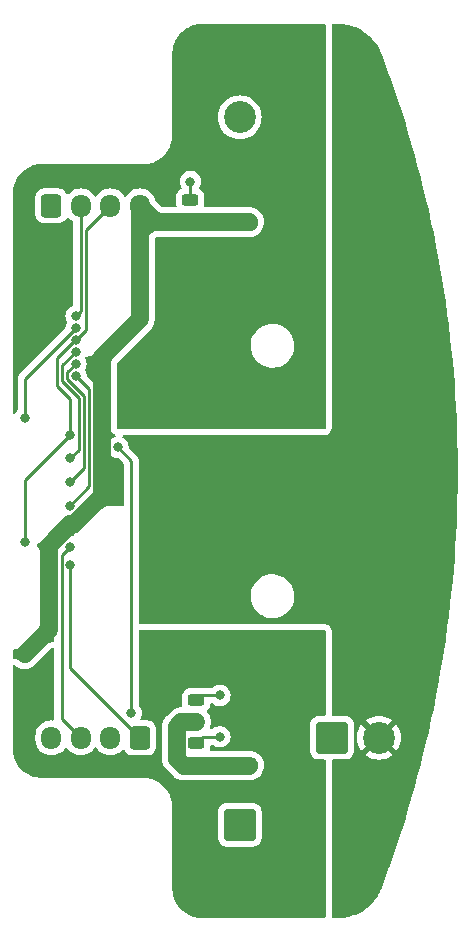
<source format=gbr>
%TF.GenerationSoftware,KiCad,Pcbnew,7.0.6*%
%TF.CreationDate,2024-02-11T22:16:59+09:00*%
%TF.ProjectId,MotorDriver_Right_DRV8874_20240206,4d6f746f-7244-4726-9976-65725f526967,rev?*%
%TF.SameCoordinates,Original*%
%TF.FileFunction,Copper,L2,Bot*%
%TF.FilePolarity,Positive*%
%FSLAX46Y46*%
G04 Gerber Fmt 4.6, Leading zero omitted, Abs format (unit mm)*
G04 Created by KiCad (PCBNEW 7.0.6) date 2024-02-11 22:16:59*
%MOMM*%
%LPD*%
G01*
G04 APERTURE LIST*
G04 Aperture macros list*
%AMRoundRect*
0 Rectangle with rounded corners*
0 $1 Rounding radius*
0 $2 $3 $4 $5 $6 $7 $8 $9 X,Y pos of 4 corners*
0 Add a 4 corners polygon primitive as box body*
4,1,4,$2,$3,$4,$5,$6,$7,$8,$9,$2,$3,0*
0 Add four circle primitives for the rounded corners*
1,1,$1+$1,$2,$3*
1,1,$1+$1,$4,$5*
1,1,$1+$1,$6,$7*
1,1,$1+$1,$8,$9*
0 Add four rect primitives between the rounded corners*
20,1,$1+$1,$2,$3,$4,$5,0*
20,1,$1+$1,$4,$5,$6,$7,0*
20,1,$1+$1,$6,$7,$8,$9,0*
20,1,$1+$1,$8,$9,$2,$3,0*%
G04 Aperture macros list end*
%TA.AperFunction,ComponentPad*%
%ADD10O,1.700000X1.950000*%
%TD*%
%TA.AperFunction,ComponentPad*%
%ADD11RoundRect,0.250000X0.600000X0.725000X-0.600000X0.725000X-0.600000X-0.725000X0.600000X-0.725000X0*%
%TD*%
%TA.AperFunction,ComponentPad*%
%ADD12C,2.700000*%
%TD*%
%TA.AperFunction,ComponentPad*%
%ADD13RoundRect,0.250001X-1.099999X1.099999X-1.099999X-1.099999X1.099999X-1.099999X1.099999X1.099999X0*%
%TD*%
%TA.AperFunction,SMDPad,CuDef*%
%ADD14RoundRect,0.243750X0.456250X-0.243750X0.456250X0.243750X-0.456250X0.243750X-0.456250X-0.243750X0*%
%TD*%
%TA.AperFunction,ComponentPad*%
%ADD15RoundRect,0.250000X-0.600000X-0.725000X0.600000X-0.725000X0.600000X0.725000X-0.600000X0.725000X0*%
%TD*%
%TA.AperFunction,ComponentPad*%
%ADD16RoundRect,0.250001X-1.099999X-1.099999X1.099999X-1.099999X1.099999X1.099999X-1.099999X1.099999X0*%
%TD*%
%TA.AperFunction,ViaPad*%
%ADD17C,0.800000*%
%TD*%
%TA.AperFunction,Conductor*%
%ADD18C,1.500000*%
%TD*%
%TA.AperFunction,Conductor*%
%ADD19C,0.250000*%
%TD*%
G04 APERTURE END LIST*
D10*
%TO.P,J4,4,Pin_4*%
%TO.N,PH-2*%
X95734915Y-97162133D03*
%TO.P,J4,3,Pin_3*%
%TO.N,EN-1*%
X98234915Y-97162133D03*
%TO.P,J4,2,Pin_2*%
%TO.N,unconnected-(J4-Pin_2-Pad2)*%
X100734915Y-97162133D03*
D11*
%TO.P,J4,1,Pin_1*%
%TO.N,PH-1*%
X103234915Y-97162133D03*
%TD*%
D12*
%TO.P,M4,2,Pin_2*%
%TO.N,OUT1-2*%
X111684915Y-44617133D03*
D13*
%TO.P,M4,1,Pin_1*%
%TO.N,OUT2-2*%
X111684915Y-40657133D03*
%TD*%
D14*
%TO.P,PWR,2,A*%
%TO.N,Net-(D2-A)*%
X107500000Y-51625000D03*
%TO.P,PWR,1,K*%
%TO.N,GND*%
X107500000Y-53500000D03*
%TD*%
D10*
%TO.P,J5,4,Pin_4*%
%TO.N,GND*%
X103234915Y-52112133D03*
%TO.P,J5,3,Pin_3*%
%TO.N,SLEEP-1*%
X100734915Y-52112133D03*
%TO.P,J5,2,Pin_2*%
%TO.N,EN-2*%
X98234915Y-52112133D03*
D15*
%TO.P,J5,1,Pin_1*%
%TO.N,unconnected-(J5-Pin_1-Pad1)*%
X95734915Y-52112133D03*
%TD*%
D12*
%TO.P,M3,2,Pin_2*%
%TO.N,OUT2-1*%
X111684915Y-108467867D03*
D13*
%TO.P,M3,1,Pin_1*%
%TO.N,OUT1-1*%
X111684915Y-104507867D03*
%TD*%
D14*
%TO.P,M4,2,A*%
%TO.N,Net-(D4-A)*%
X108000000Y-97625000D03*
%TO.P,M4,1,K*%
%TO.N,GND*%
X108000000Y-99500000D03*
%TD*%
%TO.P,M3,2,A*%
%TO.N,Net-(D3-A)*%
X108000000Y-93950000D03*
%TO.P,M3,1,K*%
%TO.N,GND*%
X108000000Y-95825000D03*
%TD*%
D12*
%TO.P,VIN,2,Pin_2*%
%TO.N,GND*%
X123464915Y-97137133D03*
D16*
%TO.P,VIN,1,Pin_1*%
%TO.N,VIN*%
X119504915Y-97137133D03*
%TD*%
D17*
%TO.N,GND*%
X112500000Y-53500000D03*
X121500000Y-53500000D03*
X112500000Y-99500000D03*
%TO.N,Net-(D3-A)*%
X110000000Y-93562500D03*
%TO.N,Net-(D4-A)*%
X110000000Y-97062500D03*
%TO.N,Net-(D2-A)*%
X107500000Y-50062500D03*
%TO.N,SLEEP-1*%
X97825575Y-63457650D03*
%TO.N,PH-2*%
X97823654Y-62458148D03*
X93500000Y-70062500D03*
X101374500Y-72562500D03*
X102500000Y-95062500D03*
%TO.N,SLEEP-1*%
X93500000Y-80562500D03*
%TO.N,GND*%
X93500000Y-90062500D03*
X97659189Y-79062500D03*
%TO.N,OUT2-2*%
X103825000Y-70407500D03*
X104825000Y-70407500D03*
X105825000Y-70407500D03*
X106825000Y-70407500D03*
X107825000Y-70407500D03*
X108825000Y-70407500D03*
X109825000Y-70407500D03*
X110825000Y-70407500D03*
X110825000Y-67407500D03*
X110825000Y-68407500D03*
X110825000Y-69407500D03*
X109825000Y-69407500D03*
X109825000Y-68407500D03*
X109825000Y-67407500D03*
X108825000Y-67407500D03*
X108825000Y-68407500D03*
X108825000Y-69407500D03*
X107825000Y-69407500D03*
X107825000Y-68407500D03*
X106825000Y-68407500D03*
X106825000Y-69407500D03*
X105825000Y-69407500D03*
X105825000Y-68407500D03*
X104825000Y-68407500D03*
X104825000Y-69407500D03*
X103825000Y-69407500D03*
X103825000Y-68407500D03*
X103825000Y-67407500D03*
X104825000Y-67407500D03*
X105825000Y-67407500D03*
X106825000Y-67407500D03*
X107825000Y-67407500D03*
%TO.N,SLEEP-1*%
X97325000Y-71487500D03*
%TO.N,VREF-2*%
X97325000Y-73487500D03*
%TO.N,Net-(U2-IPROPI)*%
X97325000Y-75487500D03*
%TO.N,IMODE-2*%
X97325000Y-77487500D03*
%TO.N,EN-2*%
X97825000Y-61458646D03*
%TO.N,VREF-2*%
X97806337Y-64456967D03*
%TO.N,Net-(U2-IPROPI)*%
X97812701Y-65475201D03*
%TO.N,IMODE-2*%
X97825000Y-66487500D03*
%TO.N,EN-1*%
X97325000Y-80987500D03*
%TO.N,PH-1*%
X97325000Y-82487500D03*
%TO.N,OUT2-1*%
X109825000Y-88987500D03*
X109825000Y-89987500D03*
X108825000Y-89987500D03*
X108825000Y-88987500D03*
X107825000Y-88987500D03*
X107825000Y-89987500D03*
X106825000Y-89987500D03*
X106825000Y-88987500D03*
X105825000Y-88987500D03*
X105825000Y-89987500D03*
X104825000Y-89987500D03*
X104825000Y-88987500D03*
X103825000Y-88987500D03*
X103825000Y-89987500D03*
X103825000Y-90987500D03*
X104825000Y-90987500D03*
X105825000Y-90987500D03*
X106825000Y-90987500D03*
X107825000Y-90987500D03*
X108825000Y-90987500D03*
X109825000Y-90987500D03*
X110825000Y-90987500D03*
X110825000Y-89987500D03*
X110825000Y-88987500D03*
%TD*%
D18*
%TO.N,GND*%
X107500000Y-53500000D02*
X112500000Y-53500000D01*
X108000000Y-99500000D02*
X112500000Y-99500000D01*
X106737500Y-95825000D02*
X108000000Y-95825000D01*
X106350000Y-98912500D02*
X106350000Y-96212500D01*
X106937500Y-99500000D02*
X106350000Y-98912500D01*
X108000000Y-99500000D02*
X106937500Y-99500000D01*
X106350000Y-96212500D02*
X106737500Y-95825000D01*
D19*
%TO.N,Net-(D3-A)*%
X108387500Y-93562500D02*
X108000000Y-93950000D01*
X110000000Y-93562500D02*
X108387500Y-93562500D01*
%TO.N,Net-(D4-A)*%
X108562500Y-97062500D02*
X108000000Y-97625000D01*
X110000000Y-97062500D02*
X108562500Y-97062500D01*
D18*
%TO.N,GND*%
X104622782Y-53500000D02*
X107500000Y-53500000D01*
X103234915Y-52112133D02*
X104622782Y-53500000D01*
D19*
%TO.N,Net-(D2-A)*%
X107500000Y-50062500D02*
X107500000Y-51625000D01*
%TO.N,SLEEP-1*%
X98684915Y-54162133D02*
X100734915Y-52112133D01*
X98684915Y-62622192D02*
X98684915Y-54162133D01*
X97849457Y-63457650D02*
X98684915Y-62622192D01*
X97825575Y-63457650D02*
X97849457Y-63457650D01*
X97780349Y-63457650D02*
X97825575Y-63457650D01*
X96200000Y-65037999D02*
X97780349Y-63457650D01*
X97325000Y-68487500D02*
X97325000Y-71487500D01*
X96200000Y-67362500D02*
X97325000Y-68487500D01*
X96200000Y-65037999D02*
X96200000Y-67362500D01*
%TO.N,PH-2*%
X93500000Y-66757920D02*
X93500000Y-70062500D01*
X97799772Y-62458148D02*
X93500000Y-66757920D01*
X97823654Y-62458148D02*
X97799772Y-62458148D01*
X102500000Y-73688000D02*
X101374500Y-72562500D01*
X102500000Y-95062500D02*
X102500000Y-73688000D01*
D18*
%TO.N,GND*%
X103234915Y-61692135D02*
X100025000Y-64902050D01*
X100025000Y-76696689D02*
X97659189Y-79062500D01*
X103234915Y-52112133D02*
X103234915Y-61692135D01*
X100025000Y-64902050D02*
X100025000Y-76696689D01*
D19*
%TO.N,EN-1*%
X96600000Y-95527218D02*
X96600000Y-81712500D01*
X98234915Y-97162133D02*
X96600000Y-95527218D01*
X96600000Y-81712500D02*
X97325000Y-80987500D01*
%TO.N,SLEEP-1*%
X93500000Y-80562500D02*
X93500000Y-75312500D01*
X93500000Y-75312500D02*
X97325000Y-71487500D01*
%TO.N,EN-2*%
X98234915Y-61048731D02*
X98234915Y-52112133D01*
X97825000Y-61458646D02*
X98234915Y-61048731D01*
D18*
%TO.N,GND*%
X95500000Y-80903311D02*
X97340811Y-79062500D01*
X95500000Y-88062500D02*
X95500000Y-80903311D01*
X97340811Y-79062500D02*
X97659189Y-79062500D01*
X93500000Y-90062500D02*
X95500000Y-88062500D01*
D19*
%TO.N,VREF-2*%
X98050000Y-72762500D02*
X98050000Y-68374201D01*
X96650000Y-66974201D02*
X96650000Y-65613304D01*
X97325000Y-73487500D02*
X98050000Y-72762500D01*
X98050000Y-68374201D02*
X96650000Y-66974201D01*
X96650000Y-65613304D02*
X97806337Y-64456967D01*
%TO.N,Net-(U2-IPROPI)*%
X98500000Y-74312500D02*
X97325000Y-75487500D01*
X98500000Y-68187805D02*
X98500000Y-74312500D01*
X97100000Y-66787805D02*
X98500000Y-68187805D01*
X97811994Y-65475201D02*
X97100000Y-66187195D01*
X97100000Y-66187195D02*
X97100000Y-66787805D01*
X97812701Y-65475201D02*
X97811994Y-65475201D01*
%TO.N,IMODE-2*%
X98950000Y-75862500D02*
X97325000Y-77487500D01*
X98950000Y-67612500D02*
X98950000Y-75862500D01*
X97825000Y-66487500D02*
X98950000Y-67612500D01*
%TO.N,PH-1*%
X97325000Y-91252218D02*
X97325000Y-82487500D01*
X103234915Y-97162133D02*
X97325000Y-91252218D01*
%TD*%
%TA.AperFunction,Conductor*%
%TO.N,OUT2-2*%
G36*
X118905539Y-36727318D02*
G01*
X118951294Y-36780122D01*
X118962500Y-36831633D01*
X118962500Y-70913867D01*
X118942815Y-70980906D01*
X118890011Y-71026661D01*
X118838500Y-71037867D01*
X101399500Y-71037867D01*
X101332461Y-71018182D01*
X101286706Y-70965378D01*
X101275500Y-70913867D01*
X101275500Y-68710270D01*
X101275500Y-65471381D01*
X101295184Y-65404346D01*
X101311809Y-65383714D01*
X102665260Y-64030263D01*
X112612597Y-64030263D01*
X112642223Y-64299513D01*
X112642225Y-64299524D01*
X112688309Y-64475796D01*
X112710738Y-64561588D01*
X112816680Y-64810890D01*
X112888808Y-64929075D01*
X112957789Y-65042105D01*
X112957796Y-65042115D01*
X113131063Y-65250319D01*
X113131069Y-65250324D01*
X113332808Y-65431082D01*
X113558720Y-65580544D01*
X113803986Y-65695520D01*
X113803993Y-65695522D01*
X113803995Y-65695523D01*
X114063367Y-65773557D01*
X114063374Y-65773558D01*
X114063379Y-65773560D01*
X114331371Y-65813000D01*
X114331376Y-65813000D01*
X114534446Y-65813000D01*
X114585943Y-65809230D01*
X114736966Y-65798177D01*
X114849568Y-65773093D01*
X115001356Y-65739282D01*
X115001358Y-65739281D01*
X115001363Y-65739280D01*
X115254368Y-65642514D01*
X115490587Y-65509941D01*
X115704987Y-65344388D01*
X115892996Y-65149381D01*
X116050609Y-64929079D01*
X116172203Y-64692577D01*
X116174459Y-64688190D01*
X116174461Y-64688184D01*
X116174466Y-64688175D01*
X116261928Y-64431805D01*
X116311129Y-64165433D01*
X116321022Y-63894735D01*
X116291396Y-63625482D01*
X116222882Y-63363412D01*
X116116940Y-63114110D01*
X115975828Y-62882890D01*
X115935886Y-62834894D01*
X115802556Y-62674680D01*
X115802550Y-62674675D01*
X115600812Y-62493918D01*
X115374902Y-62344457D01*
X115325877Y-62321475D01*
X115129634Y-62229480D01*
X115129629Y-62229478D01*
X115129624Y-62229476D01*
X114870252Y-62151442D01*
X114870238Y-62151439D01*
X114754601Y-62134421D01*
X114602249Y-62112000D01*
X114399179Y-62112000D01*
X114399174Y-62112000D01*
X114196654Y-62126823D01*
X114196641Y-62126825D01*
X113932263Y-62185717D01*
X113932256Y-62185720D01*
X113679249Y-62282487D01*
X113443036Y-62415057D01*
X113443034Y-62415058D01*
X113443033Y-62415059D01*
X113423514Y-62430131D01*
X113228632Y-62580612D01*
X113040632Y-62775609D01*
X113040626Y-62775616D01*
X112883012Y-62995919D01*
X112883009Y-62995924D01*
X112759160Y-63236809D01*
X112759153Y-63236827D01*
X112671694Y-63493185D01*
X112671691Y-63493199D01*
X112622491Y-63759568D01*
X112622490Y-63759575D01*
X112612597Y-64030263D01*
X102665260Y-64030263D01*
X104067042Y-62628480D01*
X104072202Y-62623868D01*
X104102581Y-62599643D01*
X104147547Y-62548174D01*
X104150393Y-62545130D01*
X104158844Y-62536680D01*
X104158844Y-62536679D01*
X104158859Y-62536665D01*
X104185862Y-62504320D01*
X104250680Y-62430131D01*
X104252921Y-62426378D01*
X104264189Y-62410499D01*
X104266983Y-62407154D01*
X104315598Y-62321475D01*
X104366130Y-62236899D01*
X104367662Y-62232814D01*
X104375918Y-62215168D01*
X104378068Y-62211380D01*
X104410607Y-62118388D01*
X104445222Y-62026159D01*
X104446000Y-62021872D01*
X104450971Y-62003037D01*
X104452413Y-61998918D01*
X104467825Y-61901607D01*
X104468982Y-61895230D01*
X104485415Y-61804684D01*
X104485415Y-61800304D01*
X104486942Y-61780905D01*
X104487625Y-61776595D01*
X104485415Y-61678132D01*
X104485415Y-54875141D01*
X104505099Y-54808106D01*
X104557903Y-54762351D01*
X104606630Y-54751176D01*
X104635877Y-54750520D01*
X104636785Y-54750500D01*
X112556148Y-54750500D01*
X112556155Y-54750500D01*
X112724188Y-54735377D01*
X112724192Y-54735376D01*
X112941160Y-54675496D01*
X112941162Y-54675495D01*
X112941170Y-54675493D01*
X113143973Y-54577829D01*
X113326078Y-54445522D01*
X113481632Y-54282825D01*
X113605635Y-54094968D01*
X113694103Y-53887988D01*
X113744191Y-53668537D01*
X113754290Y-53443670D01*
X113724075Y-53220613D01*
X113654517Y-53006536D01*
X113547852Y-52808319D01*
X113407508Y-52632334D01*
X113237996Y-52484235D01*
X113044764Y-52368785D01*
X112939394Y-52329239D01*
X112834023Y-52289692D01*
X112612550Y-52249500D01*
X112612547Y-52249500D01*
X108785850Y-52249500D01*
X108718811Y-52229815D01*
X108673056Y-52177011D01*
X108663112Y-52107853D01*
X108668144Y-52086496D01*
X108675680Y-52063750D01*
X108690087Y-52020275D01*
X108700500Y-51918348D01*
X108700500Y-51331652D01*
X108690087Y-51229725D01*
X108635362Y-51064575D01*
X108635358Y-51064569D01*
X108635357Y-51064566D01*
X108544028Y-50916500D01*
X108544025Y-50916496D01*
X108421003Y-50793474D01*
X108420999Y-50793471D01*
X108299918Y-50718787D01*
X108253193Y-50666839D01*
X108241972Y-50597877D01*
X108257628Y-50551250D01*
X108327179Y-50430784D01*
X108385674Y-50250756D01*
X108405460Y-50062500D01*
X108385674Y-49874244D01*
X108327179Y-49694216D01*
X108232533Y-49530284D01*
X108105871Y-49389612D01*
X108105870Y-49389611D01*
X107952734Y-49278351D01*
X107952729Y-49278348D01*
X107779807Y-49201357D01*
X107779802Y-49201355D01*
X107634000Y-49170365D01*
X107594646Y-49162000D01*
X107405354Y-49162000D01*
X107372897Y-49168898D01*
X107220197Y-49201355D01*
X107220192Y-49201357D01*
X107047270Y-49278348D01*
X107047265Y-49278351D01*
X106894129Y-49389611D01*
X106767466Y-49530285D01*
X106672821Y-49694215D01*
X106672818Y-49694222D01*
X106647816Y-49771172D01*
X106614326Y-49874244D01*
X106594540Y-50062500D01*
X106614326Y-50250756D01*
X106614327Y-50250759D01*
X106672818Y-50430777D01*
X106672823Y-50430789D01*
X106742371Y-50551250D01*
X106758844Y-50619150D01*
X106735991Y-50685177D01*
X106700082Y-50718787D01*
X106578997Y-50793473D01*
X106455974Y-50916496D01*
X106455971Y-50916500D01*
X106364642Y-51064566D01*
X106364637Y-51064577D01*
X106309913Y-51229723D01*
X106299500Y-51331644D01*
X106299500Y-51918355D01*
X106309913Y-52020276D01*
X106331856Y-52086496D01*
X106334258Y-52156325D01*
X106298526Y-52216366D01*
X106236005Y-52247559D01*
X106214150Y-52249500D01*
X105192119Y-52249500D01*
X105125080Y-52229815D01*
X105104438Y-52213181D01*
X104566751Y-51675495D01*
X104534657Y-51619906D01*
X104508821Y-51523479D01*
X104508819Y-51523475D01*
X104508818Y-51523470D01*
X104408950Y-51309304D01*
X104396851Y-51292024D01*
X104273409Y-51115730D01*
X104106317Y-50948639D01*
X104106310Y-50948634D01*
X103912749Y-50813100D01*
X103912745Y-50813098D01*
X103811428Y-50765853D01*
X103698578Y-50713230D01*
X103698574Y-50713229D01*
X103698570Y-50713227D01*
X103470328Y-50652071D01*
X103470318Y-50652069D01*
X103234916Y-50631474D01*
X103234914Y-50631474D01*
X102999511Y-50652069D01*
X102999501Y-50652071D01*
X102771259Y-50713227D01*
X102771250Y-50713231D01*
X102557086Y-50813097D01*
X102557084Y-50813098D01*
X102363512Y-50948638D01*
X102196423Y-51115727D01*
X102086489Y-51272729D01*
X102031912Y-51316354D01*
X101962413Y-51323546D01*
X101900059Y-51292024D01*
X101883339Y-51272728D01*
X101773409Y-51115730D01*
X101606317Y-50948639D01*
X101606310Y-50948634D01*
X101412749Y-50813100D01*
X101412745Y-50813098D01*
X101311428Y-50765853D01*
X101198578Y-50713230D01*
X101198574Y-50713229D01*
X101198570Y-50713227D01*
X100970328Y-50652071D01*
X100970318Y-50652069D01*
X100734916Y-50631474D01*
X100734914Y-50631474D01*
X100499511Y-50652069D01*
X100499501Y-50652071D01*
X100271259Y-50713227D01*
X100271250Y-50713231D01*
X100057086Y-50813097D01*
X100057084Y-50813098D01*
X99863512Y-50948638D01*
X99696420Y-51115730D01*
X99586490Y-51272728D01*
X99531913Y-51316353D01*
X99462415Y-51323547D01*
X99400060Y-51292024D01*
X99383340Y-51272728D01*
X99273409Y-51115730D01*
X99106317Y-50948639D01*
X99106310Y-50948634D01*
X98912749Y-50813100D01*
X98912745Y-50813098D01*
X98811428Y-50765853D01*
X98698578Y-50713230D01*
X98698574Y-50713229D01*
X98698570Y-50713227D01*
X98470328Y-50652071D01*
X98470318Y-50652069D01*
X98234916Y-50631474D01*
X98234914Y-50631474D01*
X97999511Y-50652069D01*
X97999501Y-50652071D01*
X97771259Y-50713227D01*
X97771250Y-50713231D01*
X97557086Y-50813097D01*
X97557084Y-50813098D01*
X97363512Y-50948638D01*
X97216313Y-51095838D01*
X97154990Y-51129323D01*
X97085298Y-51124339D01*
X97029365Y-51082467D01*
X97023093Y-51073253D01*
X97019256Y-51067033D01*
X96927627Y-50918477D01*
X96803571Y-50794421D01*
X96680948Y-50718787D01*
X96654251Y-50702320D01*
X96654246Y-50702318D01*
X96652777Y-50701831D01*
X96487712Y-50647134D01*
X96487710Y-50647133D01*
X96384925Y-50636633D01*
X95084913Y-50636633D01*
X95084896Y-50636634D01*
X94982118Y-50647133D01*
X94982115Y-50647134D01*
X94815583Y-50702318D01*
X94815578Y-50702320D01*
X94666257Y-50794422D01*
X94542204Y-50918475D01*
X94450102Y-51067796D01*
X94450100Y-51067801D01*
X94431365Y-51124339D01*
X94394916Y-51234336D01*
X94394916Y-51234337D01*
X94394915Y-51234337D01*
X94384415Y-51337116D01*
X94384415Y-52887134D01*
X94384416Y-52887151D01*
X94394915Y-52989929D01*
X94394916Y-52989932D01*
X94438872Y-53122581D01*
X94450101Y-53156467D01*
X94542203Y-53305789D01*
X94666259Y-53429845D01*
X94815581Y-53521947D01*
X94982118Y-53577132D01*
X95084906Y-53587633D01*
X96384923Y-53587632D01*
X96487712Y-53577132D01*
X96654249Y-53521947D01*
X96803571Y-53429845D01*
X96927627Y-53305789D01*
X97019729Y-53156467D01*
X97019729Y-53156464D01*
X97023093Y-53151012D01*
X97075041Y-53104287D01*
X97144003Y-53093064D01*
X97208085Y-53120907D01*
X97216313Y-53128427D01*
X97363514Y-53275628D01*
X97556539Y-53410786D01*
X97600163Y-53465361D01*
X97609415Y-53512359D01*
X97609415Y-60488383D01*
X97589730Y-60555422D01*
X97536926Y-60601177D01*
X97535852Y-60601662D01*
X97372267Y-60674496D01*
X97372265Y-60674497D01*
X97219129Y-60785757D01*
X97092466Y-60926431D01*
X96997821Y-61090361D01*
X96997818Y-61090368D01*
X96939327Y-61270386D01*
X96939326Y-61270390D01*
X96919540Y-61458646D01*
X96939326Y-61646902D01*
X96939327Y-61646905D01*
X96997818Y-61826923D01*
X96997821Y-61826930D01*
X97037254Y-61895230D01*
X97053727Y-61963131D01*
X97037255Y-62019229D01*
X96996474Y-62089864D01*
X96937981Y-62269887D01*
X96937980Y-62269890D01*
X96923137Y-62411112D01*
X96896552Y-62475727D01*
X96887497Y-62485831D01*
X93116208Y-66257119D01*
X93103951Y-66266940D01*
X93104134Y-66267161D01*
X93098123Y-66272133D01*
X93050772Y-66322556D01*
X93029889Y-66343439D01*
X93029877Y-66343452D01*
X93025621Y-66348937D01*
X93021837Y-66353367D01*
X92989937Y-66387338D01*
X92989936Y-66387340D01*
X92980284Y-66404896D01*
X92969610Y-66421146D01*
X92957329Y-66436981D01*
X92957324Y-66436988D01*
X92938815Y-66479758D01*
X92936245Y-66485004D01*
X92913803Y-66525826D01*
X92908822Y-66545227D01*
X92902521Y-66563630D01*
X92894562Y-66582022D01*
X92894561Y-66582025D01*
X92887271Y-66628047D01*
X92886087Y-66633766D01*
X92874501Y-66678892D01*
X92874500Y-66678902D01*
X92874500Y-66698936D01*
X92872973Y-66718335D01*
X92869840Y-66738114D01*
X92869840Y-66738115D01*
X92874225Y-66784503D01*
X92874500Y-66790341D01*
X92874500Y-69363812D01*
X92854815Y-69430851D01*
X92842650Y-69446784D01*
X92767466Y-69530285D01*
X92694387Y-69656862D01*
X92643820Y-69705078D01*
X92575213Y-69718301D01*
X92510348Y-69692333D01*
X92469820Y-69635419D01*
X92463000Y-69594862D01*
X92463000Y-51069013D01*
X92463113Y-51065268D01*
X92463841Y-51053234D01*
X92469126Y-50965880D01*
X92482533Y-50761049D01*
X92483415Y-50753935D01*
X92508801Y-50615422D01*
X92512292Y-50597877D01*
X92541346Y-50451818D01*
X92542951Y-50445515D01*
X92586889Y-50304519D01*
X92638518Y-50152432D01*
X92640668Y-50146973D01*
X92702464Y-50009673D01*
X92772503Y-49867651D01*
X92775042Y-49863016D01*
X92853025Y-49734017D01*
X92854454Y-49731770D01*
X92941238Y-49601892D01*
X92943949Y-49598148D01*
X93037216Y-49479102D01*
X93039354Y-49476522D01*
X93142103Y-49359361D01*
X93144835Y-49356445D01*
X93251793Y-49249486D01*
X93254695Y-49246768D01*
X93372031Y-49143869D01*
X93374573Y-49141761D01*
X93493353Y-49048701D01*
X93497088Y-49045995D01*
X93627511Y-48958850D01*
X93629795Y-48957398D01*
X93758159Y-48879796D01*
X93762726Y-48877296D01*
X93905842Y-48806719D01*
X94041983Y-48745443D01*
X94047446Y-48743292D01*
X94201498Y-48690998D01*
X94340433Y-48647700D01*
X94346758Y-48646090D01*
X94514260Y-48612771D01*
X94648823Y-48588107D01*
X94655917Y-48587227D01*
X94869451Y-48573231D01*
X94943766Y-48568733D01*
X94960083Y-48567746D01*
X94963829Y-48567633D01*
X103469106Y-48567633D01*
X103470602Y-48568072D01*
X103475263Y-48567766D01*
X103479329Y-48567633D01*
X103497863Y-48567633D01*
X103498041Y-48567613D01*
X103636165Y-48567609D01*
X103821268Y-48545126D01*
X103824660Y-48544809D01*
X103899857Y-48539868D01*
X103918643Y-48533298D01*
X103936458Y-48531135D01*
X104152644Y-48477842D01*
X104155361Y-48477238D01*
X104214207Y-48465532D01*
X104225742Y-48459823D01*
X104230165Y-48458733D01*
X104485749Y-48361796D01*
X104509895Y-48353600D01*
X104509686Y-48353200D01*
X104513000Y-48351460D01*
X104513004Y-48351459D01*
X104780852Y-48210876D01*
X104780863Y-48210868D01*
X104784061Y-48208936D01*
X104784104Y-48209008D01*
X104785179Y-48208376D01*
X104786962Y-48206657D01*
X105029803Y-48039035D01*
X105044710Y-48025828D01*
X105045367Y-48025321D01*
X105045585Y-48025053D01*
X105143862Y-47937988D01*
X105256228Y-47838440D01*
X105442912Y-47627720D01*
X105443095Y-47627605D01*
X105443643Y-47626895D01*
X105456824Y-47612018D01*
X105624531Y-47369058D01*
X105625801Y-47368029D01*
X105626805Y-47366320D01*
X105626729Y-47366274D01*
X105628660Y-47363077D01*
X105628667Y-47363068D01*
X105699203Y-47228679D01*
X105770993Y-47091904D01*
X105771409Y-47092122D01*
X105779782Y-47067455D01*
X105876528Y-46812382D01*
X105877670Y-46807749D01*
X105882876Y-46798806D01*
X105895153Y-46737092D01*
X105895759Y-46734370D01*
X105948932Y-46518675D01*
X105951123Y-46500632D01*
X105957453Y-46485926D01*
X105962671Y-46406352D01*
X105962991Y-46402932D01*
X105985408Y-46218383D01*
X105985415Y-46067133D01*
X105985415Y-46061534D01*
X105985548Y-46057476D01*
X105985848Y-46052896D01*
X105985415Y-46050548D01*
X105985415Y-44617134D01*
X109829688Y-44617134D01*
X109848572Y-44881160D01*
X109848573Y-44881167D01*
X109904836Y-45139806D01*
X109997341Y-45387823D01*
X109997343Y-45387827D01*
X110124195Y-45620138D01*
X110124200Y-45620146D01*
X110282821Y-45832040D01*
X110282837Y-45832058D01*
X110469989Y-46019210D01*
X110470007Y-46019226D01*
X110681901Y-46177847D01*
X110681909Y-46177852D01*
X110914220Y-46304704D01*
X110914224Y-46304706D01*
X110914226Y-46304707D01*
X111162237Y-46397210D01*
X111162240Y-46397210D01*
X111162241Y-46397211D01*
X111204262Y-46406352D01*
X111420889Y-46453476D01*
X111664575Y-46470905D01*
X111684914Y-46472360D01*
X111684915Y-46472360D01*
X111684916Y-46472360D01*
X111703800Y-46471009D01*
X111948941Y-46453476D01*
X112207593Y-46397210D01*
X112455604Y-46304707D01*
X112687926Y-46177849D01*
X112899830Y-46019220D01*
X113087002Y-45832048D01*
X113245631Y-45620144D01*
X113372489Y-45387822D01*
X113464992Y-45139811D01*
X113521258Y-44881159D01*
X113540142Y-44617133D01*
X113521258Y-44353107D01*
X113464992Y-44094455D01*
X113372489Y-43846444D01*
X113245631Y-43614122D01*
X113245629Y-43614119D01*
X113087008Y-43402225D01*
X113086992Y-43402207D01*
X112899840Y-43215055D01*
X112899822Y-43215039D01*
X112687928Y-43056418D01*
X112687920Y-43056413D01*
X112455609Y-42929561D01*
X112455605Y-42929559D01*
X112207588Y-42837054D01*
X111948949Y-42780791D01*
X111948942Y-42780790D01*
X111684916Y-42761906D01*
X111684914Y-42761906D01*
X111420887Y-42780790D01*
X111420880Y-42780791D01*
X111162241Y-42837054D01*
X110914224Y-42929559D01*
X110914220Y-42929561D01*
X110681909Y-43056413D01*
X110681901Y-43056418D01*
X110470007Y-43215039D01*
X110469989Y-43215055D01*
X110282837Y-43402207D01*
X110282821Y-43402225D01*
X110124200Y-43614119D01*
X110124195Y-43614127D01*
X109997343Y-43846438D01*
X109997341Y-43846442D01*
X109904836Y-44094459D01*
X109848573Y-44353098D01*
X109848572Y-44353105D01*
X109829688Y-44617131D01*
X109829688Y-44617134D01*
X105985415Y-44617134D01*
X105985415Y-39209003D01*
X105985528Y-39205262D01*
X105991187Y-39111632D01*
X106005070Y-38900235D01*
X106005947Y-38893167D01*
X106030009Y-38761833D01*
X106064012Y-38590873D01*
X106065620Y-38584555D01*
X106108018Y-38448480D01*
X106161339Y-38291392D01*
X106163488Y-38285933D01*
X106223580Y-38152404D01*
X106295536Y-38006487D01*
X106298021Y-38001947D01*
X106374160Y-37875994D01*
X106375570Y-37873776D01*
X106464465Y-37740730D01*
X106467162Y-37737006D01*
X106558451Y-37620482D01*
X106560576Y-37617920D01*
X106665558Y-37498208D01*
X106668249Y-37495336D01*
X106773139Y-37390445D01*
X106776025Y-37387741D01*
X106895616Y-37282860D01*
X106898241Y-37280683D01*
X107014861Y-37189318D01*
X107018617Y-37186599D01*
X107151329Y-37097922D01*
X107153599Y-37096478D01*
X107279841Y-37020164D01*
X107284428Y-37017653D01*
X107429798Y-36945963D01*
X107563905Y-36885610D01*
X107569346Y-36883467D01*
X107725439Y-36830480D01*
X107862573Y-36787751D01*
X107868859Y-36786151D01*
X108037928Y-36752522D01*
X108171166Y-36728110D01*
X108178268Y-36727230D01*
X108390127Y-36713344D01*
X108482739Y-36707745D01*
X108486479Y-36707633D01*
X118838500Y-36707633D01*
X118905539Y-36727318D01*
G37*
%TD.AperFunction*%
%TD*%
%TA.AperFunction,Conductor*%
%TO.N,OUT2-1*%
G36*
X118905539Y-88057552D02*
G01*
X118951294Y-88110356D01*
X118962500Y-88161867D01*
X118962500Y-95162633D01*
X118942815Y-95229672D01*
X118890011Y-95275427D01*
X118838500Y-95286633D01*
X118354899Y-95286633D01*
X118252119Y-95297133D01*
X118252118Y-95297134D01*
X118085579Y-95352319D01*
X118085577Y-95352320D01*
X117936263Y-95444419D01*
X117936259Y-95444422D01*
X117812204Y-95568477D01*
X117812201Y-95568481D01*
X117720102Y-95717795D01*
X117720101Y-95717797D01*
X117664916Y-95884336D01*
X117664915Y-95884337D01*
X117654415Y-95987117D01*
X117654414Y-95987130D01*
X117654414Y-98287135D01*
X117654415Y-98287148D01*
X117664915Y-98389928D01*
X117664916Y-98389929D01*
X117720101Y-98556468D01*
X117720102Y-98556470D01*
X117812201Y-98705784D01*
X117812204Y-98705788D01*
X117936259Y-98829843D01*
X117936263Y-98829846D01*
X118085577Y-98921945D01*
X118085579Y-98921946D01*
X118085581Y-98921947D01*
X118252118Y-98977132D01*
X118354907Y-98987633D01*
X118354912Y-98987633D01*
X118838500Y-98987633D01*
X118905539Y-99007318D01*
X118951294Y-99060122D01*
X118962500Y-99111633D01*
X118962500Y-112293367D01*
X118942815Y-112360406D01*
X118890011Y-112406161D01*
X118838500Y-112417367D01*
X108486793Y-112417367D01*
X108483048Y-112417254D01*
X108386852Y-112411435D01*
X108178417Y-112397765D01*
X108171292Y-112396882D01*
X108036638Y-112372206D01*
X107869142Y-112338890D01*
X107862788Y-112337273D01*
X107724302Y-112294120D01*
X107569750Y-112241657D01*
X107564230Y-112239484D01*
X107428744Y-112178506D01*
X107284961Y-112107601D01*
X107280306Y-112105052D01*
X107152708Y-112027917D01*
X107150356Y-112026422D01*
X107019235Y-111938810D01*
X107015442Y-111936063D01*
X106897460Y-111843629D01*
X106894818Y-111841438D01*
X106818212Y-111774258D01*
X106776770Y-111737915D01*
X106773825Y-111735157D01*
X106720702Y-111682033D01*
X106667612Y-111628942D01*
X106664838Y-111625980D01*
X106561402Y-111508034D01*
X106559210Y-111505390D01*
X106466656Y-111387253D01*
X106463910Y-111383460D01*
X106376484Y-111252620D01*
X106374977Y-111250249D01*
X106352965Y-111213836D01*
X106297650Y-111122333D01*
X106295113Y-111117698D01*
X106274556Y-111076013D01*
X106224473Y-110974456D01*
X106163222Y-110838358D01*
X106161049Y-110832839D01*
X106108930Y-110679300D01*
X106065452Y-110539770D01*
X106063838Y-110533430D01*
X106030909Y-110367889D01*
X106005872Y-110231260D01*
X106004989Y-110224138D01*
X105991613Y-110020058D01*
X105985528Y-109919438D01*
X105985415Y-109915695D01*
X105985415Y-105657869D01*
X109834414Y-105657869D01*
X109834415Y-105657882D01*
X109844915Y-105760662D01*
X109844916Y-105760663D01*
X109900101Y-105927202D01*
X109900102Y-105927204D01*
X109992201Y-106076518D01*
X109992204Y-106076522D01*
X110116259Y-106200577D01*
X110116263Y-106200580D01*
X110265577Y-106292679D01*
X110265579Y-106292680D01*
X110265581Y-106292681D01*
X110432118Y-106347866D01*
X110534907Y-106358367D01*
X110534912Y-106358367D01*
X112834918Y-106358367D01*
X112834923Y-106358367D01*
X112937712Y-106347866D01*
X113104249Y-106292681D01*
X113253570Y-106200578D01*
X113377626Y-106076522D01*
X113469729Y-105927201D01*
X113524914Y-105760664D01*
X113535415Y-105657875D01*
X113535415Y-103357859D01*
X113524914Y-103255070D01*
X113469729Y-103088533D01*
X113463906Y-103079093D01*
X113377628Y-102939215D01*
X113377625Y-102939211D01*
X113253570Y-102815156D01*
X113253566Y-102815153D01*
X113104252Y-102723054D01*
X113104250Y-102723053D01*
X113020980Y-102695460D01*
X112937712Y-102667868D01*
X112937710Y-102667867D01*
X112834930Y-102657367D01*
X112834923Y-102657367D01*
X110534907Y-102657367D01*
X110534899Y-102657367D01*
X110432119Y-102667867D01*
X110432118Y-102667868D01*
X110265579Y-102723053D01*
X110265577Y-102723054D01*
X110116263Y-102815153D01*
X110116259Y-102815156D01*
X109992204Y-102939211D01*
X109992201Y-102939215D01*
X109900102Y-103088529D01*
X109900101Y-103088531D01*
X109844916Y-103255070D01*
X109844915Y-103255071D01*
X109834415Y-103357851D01*
X109834414Y-103357864D01*
X109834414Y-105657869D01*
X105985415Y-105657869D01*
X105985415Y-103109247D01*
X105985433Y-103109182D01*
X105985433Y-103079093D01*
X105986146Y-103076661D01*
X105985566Y-103067808D01*
X105985433Y-103063749D01*
X105985431Y-102906619D01*
X105985431Y-102906614D01*
X105962939Y-102721404D01*
X105962624Y-102718019D01*
X105957695Y-102642874D01*
X105951118Y-102624055D01*
X105948964Y-102606317D01*
X105948961Y-102606304D01*
X105895599Y-102389815D01*
X105894996Y-102387101D01*
X105883318Y-102328395D01*
X105877623Y-102316886D01*
X105876567Y-102312601D01*
X105779437Y-102056498D01*
X105771417Y-102032871D01*
X105771036Y-102033072D01*
X105628711Y-101761899D01*
X105626775Y-101758696D01*
X105626835Y-101758659D01*
X105626076Y-101757367D01*
X105624331Y-101755554D01*
X105456868Y-101512946D01*
X105443530Y-101497891D01*
X105442953Y-101497142D01*
X105442650Y-101496897D01*
X105415186Y-101465897D01*
X105256269Y-101286518D01*
X105045804Y-101100064D01*
X105045670Y-101099849D01*
X105044838Y-101099208D01*
X105029843Y-101085923D01*
X105029836Y-101085918D01*
X104787093Y-100918365D01*
X104786049Y-100917076D01*
X104784139Y-100915955D01*
X104784099Y-100916023D01*
X104780892Y-100914085D01*
X104780883Y-100914079D01*
X104646067Y-100843322D01*
X104509710Y-100771756D01*
X104509919Y-100771356D01*
X104485726Y-100763143D01*
X104230186Y-100666229D01*
X104230174Y-100666225D01*
X104225653Y-100665111D01*
X104216737Y-100659918D01*
X104155132Y-100647664D01*
X104152390Y-100647054D01*
X104108273Y-100636180D01*
X103936467Y-100593833D01*
X103936463Y-100593832D01*
X103936461Y-100593832D01*
X103918472Y-100591647D01*
X103903776Y-100585321D01*
X103824220Y-100580107D01*
X103820808Y-100579788D01*
X103636168Y-100557368D01*
X103636166Y-100557367D01*
X103636158Y-100557367D01*
X103485014Y-100557367D01*
X103479307Y-100557367D01*
X103475250Y-100557234D01*
X103470302Y-100556909D01*
X103467824Y-100557367D01*
X94964378Y-100557367D01*
X94960633Y-100557254D01*
X94863596Y-100551384D01*
X94656114Y-100537784D01*
X94648987Y-100536900D01*
X94513267Y-100512029D01*
X94346868Y-100478930D01*
X94340515Y-100477313D01*
X94201296Y-100433931D01*
X94047489Y-100381720D01*
X94041969Y-100379547D01*
X93905928Y-100318319D01*
X93762708Y-100247691D01*
X93758053Y-100245142D01*
X93630021Y-100167744D01*
X93627684Y-100166259D01*
X93496974Y-100078921D01*
X93493188Y-100076178D01*
X93434010Y-100029815D01*
X93374818Y-99983440D01*
X93372227Y-99981292D01*
X93254534Y-99878078D01*
X93251572Y-99875304D01*
X93145050Y-99768780D01*
X93142276Y-99765818D01*
X93039152Y-99648228D01*
X93036970Y-99645596D01*
X92944135Y-99527099D01*
X92941397Y-99523320D01*
X92854252Y-99392898D01*
X92852754Y-99390541D01*
X92806029Y-99313249D01*
X92775153Y-99262173D01*
X92772620Y-99257546D01*
X92702245Y-99114838D01*
X92677620Y-99060122D01*
X92640748Y-98978195D01*
X92638587Y-98972704D01*
X92608588Y-98884331D01*
X105094761Y-98884331D01*
X105099359Y-98952513D01*
X105099500Y-98956686D01*
X105099500Y-98968656D01*
X105103277Y-99010624D01*
X105109903Y-99108907D01*
X105109903Y-99108912D01*
X105110972Y-99113152D01*
X105114230Y-99132324D01*
X105114623Y-99136690D01*
X105140835Y-99231665D01*
X105164903Y-99327181D01*
X105166715Y-99331170D01*
X105173340Y-99349444D01*
X105174504Y-99353662D01*
X105174507Y-99353670D01*
X105217253Y-99442435D01*
X105257993Y-99532126D01*
X105257994Y-99532129D01*
X105260483Y-99535721D01*
X105270269Y-99552526D01*
X105272166Y-99556465D01*
X105272174Y-99556479D01*
X105330078Y-99636176D01*
X105386180Y-99717155D01*
X105389273Y-99720248D01*
X105401907Y-99735039D01*
X105404478Y-99738578D01*
X105404481Y-99738581D01*
X105475679Y-99806653D01*
X106001142Y-100332116D01*
X106005778Y-100337303D01*
X106029992Y-100367665D01*
X106029992Y-100367666D01*
X106081467Y-100412639D01*
X106084500Y-100415474D01*
X106092970Y-100423944D01*
X106118816Y-100445522D01*
X106125314Y-100450947D01*
X106199504Y-100515765D01*
X106203250Y-100518003D01*
X106219124Y-100529265D01*
X106222481Y-100532068D01*
X106308159Y-100580683D01*
X106392736Y-100631215D01*
X106396827Y-100632750D01*
X106414455Y-100640996D01*
X106418255Y-100643153D01*
X106511246Y-100675692D01*
X106603476Y-100710307D01*
X106606065Y-100710776D01*
X106607774Y-100711087D01*
X106626589Y-100716053D01*
X106630717Y-100717498D01*
X106651547Y-100720797D01*
X106728027Y-100732910D01*
X106824950Y-100750500D01*
X106824953Y-100750500D01*
X106829328Y-100750500D01*
X106848731Y-100752028D01*
X106850438Y-100752297D01*
X106853040Y-100752710D01*
X106951502Y-100750500D01*
X107887453Y-100750500D01*
X112556155Y-100750500D01*
X112724188Y-100735377D01*
X112777017Y-100720797D01*
X112941160Y-100675496D01*
X112941162Y-100675495D01*
X112941170Y-100675493D01*
X113143973Y-100577829D01*
X113326078Y-100445522D01*
X113481632Y-100282825D01*
X113605635Y-100094968D01*
X113694103Y-99887988D01*
X113744191Y-99668537D01*
X113754290Y-99443670D01*
X113724075Y-99220613D01*
X113654517Y-99006536D01*
X113547852Y-98808319D01*
X113466083Y-98705784D01*
X113407510Y-98632336D01*
X113401554Y-98627132D01*
X113237996Y-98484235D01*
X113044764Y-98368785D01*
X112929767Y-98325626D01*
X112834023Y-98289692D01*
X112612550Y-98249500D01*
X112612547Y-98249500D01*
X109285850Y-98249500D01*
X109218811Y-98229815D01*
X109173056Y-98177011D01*
X109163112Y-98107853D01*
X109168144Y-98086496D01*
X109177571Y-98058046D01*
X109190087Y-98020275D01*
X109200500Y-97918348D01*
X109200500Y-97838070D01*
X109220185Y-97771032D01*
X109272989Y-97725277D01*
X109342147Y-97715333D01*
X109397381Y-97737751D01*
X109485889Y-97802055D01*
X109547270Y-97846651D01*
X109720192Y-97923642D01*
X109720197Y-97923644D01*
X109905354Y-97963000D01*
X109905355Y-97963000D01*
X110094644Y-97963000D01*
X110094646Y-97963000D01*
X110279803Y-97923644D01*
X110452730Y-97846651D01*
X110605871Y-97735388D01*
X110732533Y-97594716D01*
X110827179Y-97430784D01*
X110885674Y-97250756D01*
X110905460Y-97062500D01*
X110885674Y-96874244D01*
X110827179Y-96694216D01*
X110732533Y-96530284D01*
X110605871Y-96389612D01*
X110605870Y-96389611D01*
X110452734Y-96278351D01*
X110452729Y-96278348D01*
X110279807Y-96201357D01*
X110279802Y-96201355D01*
X110134001Y-96170365D01*
X110094646Y-96162000D01*
X109905354Y-96162000D01*
X109872897Y-96168898D01*
X109720197Y-96201355D01*
X109720192Y-96201357D01*
X109547270Y-96278348D01*
X109547265Y-96278351D01*
X109394130Y-96389610D01*
X109394126Y-96389614D01*
X109388400Y-96395974D01*
X109328913Y-96432621D01*
X109296252Y-96437000D01*
X109289991Y-96437000D01*
X109222952Y-96417315D01*
X109177197Y-96364511D01*
X109167253Y-96295353D01*
X109172284Y-96274000D01*
X109174061Y-96268636D01*
X109186165Y-96232106D01*
X109187988Y-96227292D01*
X109194103Y-96212988D01*
X109244191Y-95993537D01*
X109254290Y-95768670D01*
X109224075Y-95545613D01*
X109195849Y-95458743D01*
X109190424Y-95433030D01*
X109190087Y-95429725D01*
X109135362Y-95264575D01*
X109135358Y-95264569D01*
X109135357Y-95264566D01*
X109044028Y-95116500D01*
X109044025Y-95116496D01*
X108999143Y-95071614D01*
X108994506Y-95066426D01*
X108904377Y-94953408D01*
X108877969Y-94888721D01*
X108890724Y-94820026D01*
X108917072Y-94787809D01*
X108915896Y-94786633D01*
X108969538Y-94732991D01*
X109044026Y-94658503D01*
X109135362Y-94510425D01*
X109190087Y-94345275D01*
X109192734Y-94319360D01*
X109219129Y-94254670D01*
X109276309Y-94214518D01*
X109346120Y-94211654D01*
X109388977Y-94231645D01*
X109547265Y-94346648D01*
X109547270Y-94346651D01*
X109720192Y-94423642D01*
X109720197Y-94423644D01*
X109905354Y-94463000D01*
X109905355Y-94463000D01*
X110094644Y-94463000D01*
X110094646Y-94463000D01*
X110279803Y-94423644D01*
X110452730Y-94346651D01*
X110605871Y-94235388D01*
X110732533Y-94094716D01*
X110827179Y-93930784D01*
X110885674Y-93750756D01*
X110905460Y-93562500D01*
X110885674Y-93374244D01*
X110827179Y-93194216D01*
X110732533Y-93030284D01*
X110605871Y-92889612D01*
X110605870Y-92889611D01*
X110452734Y-92778351D01*
X110452729Y-92778348D01*
X110279807Y-92701357D01*
X110279802Y-92701355D01*
X110134001Y-92670365D01*
X110094646Y-92662000D01*
X109905354Y-92662000D01*
X109872897Y-92668898D01*
X109720197Y-92701355D01*
X109720192Y-92701357D01*
X109547270Y-92778348D01*
X109547265Y-92778351D01*
X109394130Y-92889610D01*
X109394126Y-92889614D01*
X109388400Y-92895974D01*
X109328913Y-92932621D01*
X109296252Y-92937000D01*
X108470243Y-92937000D01*
X108454622Y-92935275D01*
X108454595Y-92935561D01*
X108446833Y-92934826D01*
X108377672Y-92937000D01*
X108348149Y-92937000D01*
X108341278Y-92937867D01*
X108335459Y-92938325D01*
X108288874Y-92939789D01*
X108288868Y-92939790D01*
X108269626Y-92945380D01*
X108250587Y-92949323D01*
X108230715Y-92951834D01*
X108230702Y-92951837D01*
X108227030Y-92953292D01*
X108181382Y-92962000D01*
X107494144Y-92962000D01*
X107392223Y-92972413D01*
X107227077Y-93027137D01*
X107227066Y-93027142D01*
X107079000Y-93118471D01*
X107078996Y-93118474D01*
X106955974Y-93241496D01*
X106955971Y-93241500D01*
X106864642Y-93389566D01*
X106864637Y-93389577D01*
X106809913Y-93554723D01*
X106799500Y-93656644D01*
X106799500Y-94243355D01*
X106809913Y-94345276D01*
X106831355Y-94409984D01*
X106833757Y-94479813D01*
X106798025Y-94539854D01*
X106735504Y-94571047D01*
X106721991Y-94572707D01*
X106697485Y-94574359D01*
X106693312Y-94574500D01*
X106681341Y-94574500D01*
X106639375Y-94578277D01*
X106541090Y-94584903D01*
X106536849Y-94585972D01*
X106517676Y-94589230D01*
X106513308Y-94589623D01*
X106418334Y-94615835D01*
X106322819Y-94639902D01*
X106318822Y-94641718D01*
X106300559Y-94648339D01*
X106296338Y-94649504D01*
X106296330Y-94649507D01*
X106207555Y-94692258D01*
X106117876Y-94732991D01*
X106114272Y-94735488D01*
X106097480Y-94745267D01*
X106093529Y-94747170D01*
X106093518Y-94747176D01*
X106013814Y-94805085D01*
X105932847Y-94861178D01*
X105929739Y-94864286D01*
X105914965Y-94876903D01*
X105911428Y-94879473D01*
X105911421Y-94879478D01*
X105843346Y-94950679D01*
X105517885Y-95276139D01*
X105512699Y-95280774D01*
X105482337Y-95304988D01*
X105482333Y-95304992D01*
X105437365Y-95356460D01*
X105434521Y-95359503D01*
X105426064Y-95367961D01*
X105426054Y-95367972D01*
X105399049Y-95400318D01*
X105334234Y-95474504D01*
X105334230Y-95474510D01*
X105331981Y-95478274D01*
X105320746Y-95494108D01*
X105317934Y-95497477D01*
X105317932Y-95497481D01*
X105269316Y-95583159D01*
X105251120Y-95613615D01*
X105218783Y-95667738D01*
X105217247Y-95671832D01*
X105209008Y-95689445D01*
X105206850Y-95693247D01*
X105206846Y-95693257D01*
X105174307Y-95786246D01*
X105139694Y-95878470D01*
X105139689Y-95878488D01*
X105138909Y-95882788D01*
X105133952Y-95901569D01*
X105132503Y-95905709D01*
X105132502Y-95905715D01*
X105117089Y-96003027D01*
X105099499Y-96099959D01*
X105099499Y-96104340D01*
X105097975Y-96123708D01*
X105097290Y-96128036D01*
X105097289Y-96128039D01*
X105099500Y-96226521D01*
X105099500Y-98838793D01*
X105099110Y-98845731D01*
X105096792Y-98866304D01*
X105094762Y-98884323D01*
X105094761Y-98884331D01*
X92608588Y-98884331D01*
X92586720Y-98819912D01*
X92543006Y-98679624D01*
X92541394Y-98673288D01*
X92508676Y-98508801D01*
X92483447Y-98371120D01*
X92482566Y-98364024D01*
X92469399Y-98163142D01*
X92463112Y-98059187D01*
X92463000Y-98055449D01*
X92463000Y-91094913D01*
X92482685Y-91027874D01*
X92535489Y-90982119D01*
X92604647Y-90972175D01*
X92662118Y-90996256D01*
X92832005Y-91125608D01*
X93032565Y-91227799D01*
X93248149Y-91292536D01*
X93471827Y-91317738D01*
X93471829Y-91317737D01*
X93471831Y-91317738D01*
X93571642Y-91311008D01*
X93696412Y-91302596D01*
X93914683Y-91247596D01*
X94119626Y-91154507D01*
X94304654Y-91026320D01*
X95762818Y-89568154D01*
X95824142Y-89534670D01*
X95893834Y-89539654D01*
X95949767Y-89581526D01*
X95974184Y-89646990D01*
X95974500Y-89655836D01*
X95974500Y-95444473D01*
X95972775Y-95460090D01*
X95973061Y-95460117D01*
X95972326Y-95467883D01*
X95974500Y-95537032D01*
X95974500Y-95567113D01*
X95954815Y-95634152D01*
X95902011Y-95679907D01*
X95839692Y-95690641D01*
X95734916Y-95681474D01*
X95734914Y-95681474D01*
X95499511Y-95702069D01*
X95499501Y-95702071D01*
X95271259Y-95763227D01*
X95271250Y-95763231D01*
X95057086Y-95863097D01*
X95057084Y-95863098D01*
X94863512Y-95998638D01*
X94696420Y-96165730D01*
X94560880Y-96359302D01*
X94560879Y-96359304D01*
X94461013Y-96573468D01*
X94461009Y-96573477D01*
X94399853Y-96801719D01*
X94399851Y-96801729D01*
X94384415Y-96978167D01*
X94384415Y-97346099D01*
X94399851Y-97522536D01*
X94399853Y-97522546D01*
X94461009Y-97750788D01*
X94461011Y-97750792D01*
X94461012Y-97750796D01*
X94484915Y-97802055D01*
X94560879Y-97964961D01*
X94560880Y-97964963D01*
X94696420Y-98158535D01*
X94787386Y-98249500D01*
X94863514Y-98325628D01*
X94928506Y-98371136D01*
X95057080Y-98461165D01*
X95057082Y-98461166D01*
X95057085Y-98461168D01*
X95271252Y-98561036D01*
X95499507Y-98622196D01*
X95675949Y-98637633D01*
X95734914Y-98642792D01*
X95734915Y-98642792D01*
X95734916Y-98642792D01*
X95793881Y-98637633D01*
X95970323Y-98622196D01*
X96198578Y-98561036D01*
X96412744Y-98461168D01*
X96606316Y-98325628D01*
X96773410Y-98158534D01*
X96883341Y-98001534D01*
X96937916Y-97957911D01*
X97007415Y-97950717D01*
X97069770Y-97982239D01*
X97086486Y-98001531D01*
X97145979Y-98086496D01*
X97196421Y-98158536D01*
X97287386Y-98249500D01*
X97363514Y-98325628D01*
X97428506Y-98371136D01*
X97557080Y-98461165D01*
X97557082Y-98461166D01*
X97557085Y-98461168D01*
X97771252Y-98561036D01*
X97999507Y-98622196D01*
X98175949Y-98637633D01*
X98234914Y-98642792D01*
X98234915Y-98642792D01*
X98234916Y-98642792D01*
X98293881Y-98637633D01*
X98470323Y-98622196D01*
X98698578Y-98561036D01*
X98912744Y-98461168D01*
X99106316Y-98325628D01*
X99273410Y-98158534D01*
X99383341Y-98001534D01*
X99437916Y-97957911D01*
X99507415Y-97950717D01*
X99569770Y-97982239D01*
X99586486Y-98001531D01*
X99645979Y-98086496D01*
X99696421Y-98158536D01*
X99787386Y-98249500D01*
X99863514Y-98325628D01*
X99928506Y-98371136D01*
X100057080Y-98461165D01*
X100057082Y-98461166D01*
X100057085Y-98461168D01*
X100271252Y-98561036D01*
X100499507Y-98622196D01*
X100675949Y-98637633D01*
X100734914Y-98642792D01*
X100734915Y-98642792D01*
X100734916Y-98642792D01*
X100793881Y-98637633D01*
X100970323Y-98622196D01*
X101198578Y-98561036D01*
X101412744Y-98461168D01*
X101606316Y-98325628D01*
X101753517Y-98178426D01*
X101814839Y-98144943D01*
X101884530Y-98149927D01*
X101940464Y-98191798D01*
X101946736Y-98201012D01*
X101964502Y-98229815D01*
X102042203Y-98355789D01*
X102166259Y-98479845D01*
X102315581Y-98571947D01*
X102482118Y-98627132D01*
X102584906Y-98637633D01*
X103884923Y-98637632D01*
X103987712Y-98627132D01*
X104154249Y-98571947D01*
X104303571Y-98479845D01*
X104427627Y-98355789D01*
X104519729Y-98206467D01*
X104574914Y-98039930D01*
X104585415Y-97937142D01*
X104585414Y-96387125D01*
X104574914Y-96284336D01*
X104519729Y-96117799D01*
X104427627Y-95968477D01*
X104303571Y-95844421D01*
X104180765Y-95768674D01*
X104154251Y-95752320D01*
X104154246Y-95752318D01*
X104152777Y-95751831D01*
X103987712Y-95697134D01*
X103987710Y-95697133D01*
X103884931Y-95686633D01*
X103884924Y-95686633D01*
X103394239Y-95686633D01*
X103327200Y-95666948D01*
X103281445Y-95614144D01*
X103271501Y-95544986D01*
X103286851Y-95500634D01*
X103327179Y-95430784D01*
X103385674Y-95250756D01*
X103405460Y-95062500D01*
X103385674Y-94874244D01*
X103327179Y-94694216D01*
X103232533Y-94530284D01*
X103187089Y-94479813D01*
X103157350Y-94446784D01*
X103127120Y-94383792D01*
X103125500Y-94363812D01*
X103125500Y-88161867D01*
X103145185Y-88094828D01*
X103197989Y-88049073D01*
X103249500Y-88037867D01*
X118838500Y-88037867D01*
X118905539Y-88057552D01*
G37*
%TD.AperFunction*%
%TD*%
%TA.AperFunction,Conductor*%
%TO.N,GND*%
G36*
X119981875Y-36707699D02*
G01*
X120108665Y-36713610D01*
X120360119Y-36726317D01*
X120365589Y-36726838D01*
X120537561Y-36751019D01*
X120744182Y-36782527D01*
X120749100Y-36783483D01*
X120926751Y-36825602D01*
X121120997Y-36875654D01*
X121125345Y-36876947D01*
X121272682Y-36926739D01*
X121301875Y-36936605D01*
X121486996Y-37004819D01*
X121490785Y-37006358D01*
X121662856Y-37082993D01*
X121838847Y-37168855D01*
X121842032Y-37170525D01*
X122007235Y-37263387D01*
X122173213Y-37366240D01*
X122175829Y-37367954D01*
X122330910Y-37475239D01*
X122333433Y-37477079D01*
X122488062Y-37596006D01*
X122540084Y-37639673D01*
X122633450Y-37718043D01*
X122636131Y-37720429D01*
X122778162Y-37854474D01*
X122910988Y-37988904D01*
X122913755Y-37991896D01*
X123042227Y-38140323D01*
X123160976Y-38285294D01*
X123163740Y-38288933D01*
X123278071Y-38451614D01*
X123381113Y-38604453D01*
X123383763Y-38608751D01*
X123484503Y-38788114D01*
X123569362Y-38943417D01*
X123571796Y-38948385D01*
X123668578Y-39170525D01*
X123722514Y-39295651D01*
X123723806Y-39298896D01*
X124357883Y-41032342D01*
X124392689Y-41127575D01*
X124815452Y-42357057D01*
X125034325Y-42995268D01*
X125397984Y-44123904D01*
X125638951Y-44875236D01*
X125966484Y-45963968D01*
X126206339Y-46766765D01*
X126505306Y-47835589D01*
X126736267Y-48669107D01*
X127010112Y-49727160D01*
X127228514Y-50581470D01*
X127479044Y-51633521D01*
X127682902Y-52503146D01*
X127911102Y-53551658D01*
X128099269Y-54433443D01*
X128305780Y-55480020D01*
X128477426Y-56371477D01*
X128662690Y-57417250D01*
X128817244Y-58316567D01*
X128981524Y-59362080D01*
X129118593Y-60267954D01*
X129262068Y-61313509D01*
X129381357Y-62224889D01*
X129504159Y-63270672D01*
X129605428Y-64186525D01*
X129707664Y-65232764D01*
X129790723Y-66152092D01*
X129872457Y-67198810D01*
X129937183Y-68120891D01*
X129998451Y-69168005D01*
X130044748Y-70092127D01*
X130085578Y-71139486D01*
X130113383Y-72064976D01*
X130133794Y-73112531D01*
X130143067Y-74038712D01*
X130143067Y-75086287D01*
X130133794Y-76012468D01*
X130113383Y-77060023D01*
X130085578Y-77985513D01*
X130044748Y-79032872D01*
X129998451Y-79956994D01*
X129937183Y-81004108D01*
X129872457Y-81926189D01*
X129790723Y-82972907D01*
X129707664Y-83892235D01*
X129605428Y-84938474D01*
X129504159Y-85854327D01*
X129381357Y-86900110D01*
X129262068Y-87811490D01*
X129118593Y-88857045D01*
X128981524Y-89762919D01*
X128817244Y-90808432D01*
X128662690Y-91707749D01*
X128477426Y-92753522D01*
X128305780Y-93644979D01*
X128099269Y-94691556D01*
X127911102Y-95573341D01*
X127682902Y-96621853D01*
X127479044Y-97491478D01*
X127228514Y-98543529D01*
X127010112Y-99397839D01*
X126736267Y-100455892D01*
X126505306Y-101289410D01*
X126206339Y-102358234D01*
X125966484Y-103161031D01*
X125638951Y-104249763D01*
X125397984Y-105001095D01*
X125034325Y-106129731D01*
X124815452Y-106767942D01*
X124392689Y-107997424D01*
X124357883Y-108092657D01*
X123723587Y-109826700D01*
X123722298Y-109829939D01*
X123674112Y-109941756D01*
X123571357Y-110177572D01*
X123568927Y-110182533D01*
X123488523Y-110329710D01*
X123383190Y-110517286D01*
X123380539Y-110521586D01*
X123280938Y-110669345D01*
X123163007Y-110837167D01*
X123160243Y-110840807D01*
X123044563Y-110982047D01*
X122912838Y-111134244D01*
X122910062Y-111137246D01*
X122780159Y-111268728D01*
X122635025Y-111405710D01*
X122632330Y-111408109D01*
X122489792Y-111527758D01*
X122332077Y-111649063D01*
X122329551Y-111650906D01*
X122177331Y-111756212D01*
X122174716Y-111757926D01*
X122005593Y-111862729D01*
X121843342Y-111953928D01*
X121840148Y-111955603D01*
X121660874Y-112043067D01*
X121491890Y-112118320D01*
X121488102Y-112119859D01*
X121299457Y-112189367D01*
X121126268Y-112247886D01*
X121121888Y-112249188D01*
X120923601Y-112300273D01*
X120749870Y-112341452D01*
X120744912Y-112342415D01*
X120532842Y-112374743D01*
X120366209Y-112398160D01*
X120360702Y-112398685D01*
X120095608Y-112412058D01*
X119982951Y-112417300D01*
X119980069Y-112417367D01*
X119592000Y-112417367D01*
X119524961Y-112397682D01*
X119479206Y-112344878D01*
X119468000Y-112293367D01*
X119468000Y-99111633D01*
X119487685Y-99044594D01*
X119540489Y-98998839D01*
X119592000Y-98987633D01*
X120654918Y-98987633D01*
X120654923Y-98987633D01*
X120757712Y-98977132D01*
X120924249Y-98921947D01*
X121073570Y-98829844D01*
X121197626Y-98705788D01*
X121289729Y-98556467D01*
X121344914Y-98389930D01*
X121355415Y-98287141D01*
X121355415Y-97137134D01*
X121610189Y-97137134D01*
X121629067Y-97401093D01*
X121685315Y-97659661D01*
X121777799Y-97907620D01*
X121904616Y-98139868D01*
X121904621Y-98139876D01*
X121991953Y-98256539D01*
X121991954Y-98256539D01*
X122713681Y-97534812D01*
X122757231Y-97616955D01*
X122876924Y-97757868D01*
X123024110Y-97869756D01*
X123066317Y-97889283D01*
X122345507Y-98610092D01*
X122345508Y-98610093D01*
X122462171Y-98697426D01*
X122462179Y-98697431D01*
X122694428Y-98824248D01*
X122694427Y-98824248D01*
X122942386Y-98916732D01*
X123200954Y-98972980D01*
X123464914Y-98991859D01*
X123464916Y-98991859D01*
X123728875Y-98972980D01*
X123987443Y-98916732D01*
X124235402Y-98824248D01*
X124467650Y-98697431D01*
X124467651Y-98697430D01*
X124584321Y-98610092D01*
X123863524Y-97889294D01*
X123982346Y-97817802D01*
X124116573Y-97690656D01*
X124219776Y-97538441D01*
X124937874Y-98256539D01*
X125025212Y-98139869D01*
X125025213Y-98139868D01*
X125152030Y-97907620D01*
X125244514Y-97659661D01*
X125300762Y-97401093D01*
X125319641Y-97137134D01*
X125319641Y-97137131D01*
X125300762Y-96873172D01*
X125244514Y-96614604D01*
X125152030Y-96366645D01*
X125025213Y-96134397D01*
X125025208Y-96134389D01*
X124937875Y-96017726D01*
X124937874Y-96017725D01*
X124216147Y-96739452D01*
X124172599Y-96657311D01*
X124052906Y-96516398D01*
X123905720Y-96404510D01*
X123863511Y-96384982D01*
X124584321Y-95664172D01*
X124584321Y-95664171D01*
X124467658Y-95576839D01*
X124467650Y-95576834D01*
X124235401Y-95450017D01*
X124235402Y-95450017D01*
X123987443Y-95357533D01*
X123728875Y-95301285D01*
X123464916Y-95282407D01*
X123464914Y-95282407D01*
X123200954Y-95301285D01*
X122942386Y-95357533D01*
X122694427Y-95450017D01*
X122462179Y-95576834D01*
X122345508Y-95664172D01*
X123066306Y-96384970D01*
X122947484Y-96456464D01*
X122813257Y-96583610D01*
X122710053Y-96735825D01*
X121991954Y-96017726D01*
X121904616Y-96134397D01*
X121777799Y-96366645D01*
X121685315Y-96614604D01*
X121629067Y-96873172D01*
X121610189Y-97137131D01*
X121610189Y-97137134D01*
X121355415Y-97137134D01*
X121355415Y-95987125D01*
X121344914Y-95884336D01*
X121289729Y-95717799D01*
X121283891Y-95708335D01*
X121197628Y-95568481D01*
X121197625Y-95568477D01*
X121073570Y-95444422D01*
X121073566Y-95444419D01*
X120924252Y-95352320D01*
X120924250Y-95352319D01*
X120840980Y-95324726D01*
X120757712Y-95297134D01*
X120757710Y-95297133D01*
X120654930Y-95286633D01*
X120654923Y-95286633D01*
X119592000Y-95286633D01*
X119524961Y-95266948D01*
X119479206Y-95214144D01*
X119468000Y-95162633D01*
X119468000Y-88161877D01*
X119468000Y-88161867D01*
X119456447Y-88054411D01*
X119445241Y-88002900D01*
X119445137Y-88002589D01*
X119411116Y-87900369D01*
X119411113Y-87900363D01*
X119333328Y-87779329D01*
X119333325Y-87779324D01*
X119333320Y-87779318D01*
X119287576Y-87726526D01*
X119287572Y-87726523D01*
X119287570Y-87726520D01*
X119178836Y-87632300D01*
X119178833Y-87632298D01*
X119178831Y-87632297D01*
X119047965Y-87572531D01*
X119047960Y-87572529D01*
X119047959Y-87572529D01*
X119025358Y-87565892D01*
X118980925Y-87552845D01*
X118980919Y-87552843D01*
X118895466Y-87540557D01*
X118838500Y-87532367D01*
X103249500Y-87532367D01*
X103182461Y-87512682D01*
X103136706Y-87459878D01*
X103125500Y-87408367D01*
X103125500Y-85230263D01*
X112612597Y-85230263D01*
X112642223Y-85499513D01*
X112642225Y-85499524D01*
X112710736Y-85761582D01*
X112710738Y-85761588D01*
X112816680Y-86010890D01*
X112888808Y-86129075D01*
X112957789Y-86242105D01*
X112957796Y-86242115D01*
X113131063Y-86450319D01*
X113131069Y-86450324D01*
X113332808Y-86631082D01*
X113558720Y-86780544D01*
X113803986Y-86895520D01*
X113803993Y-86895522D01*
X113803995Y-86895523D01*
X114063367Y-86973557D01*
X114063374Y-86973558D01*
X114063379Y-86973560D01*
X114331371Y-87013000D01*
X114331376Y-87013000D01*
X114534446Y-87013000D01*
X114585943Y-87009230D01*
X114736966Y-86998177D01*
X114849568Y-86973093D01*
X115001356Y-86939282D01*
X115001358Y-86939281D01*
X115001363Y-86939280D01*
X115254368Y-86842514D01*
X115490587Y-86709941D01*
X115704987Y-86544388D01*
X115892996Y-86349381D01*
X116050609Y-86129079D01*
X116124597Y-85985169D01*
X116174459Y-85888190D01*
X116174461Y-85888184D01*
X116174466Y-85888175D01*
X116261928Y-85631805D01*
X116311129Y-85365433D01*
X116321022Y-85094735D01*
X116291396Y-84825482D01*
X116222882Y-84563412D01*
X116116940Y-84314110D01*
X115975828Y-84082890D01*
X115886557Y-83975619D01*
X115802556Y-83874680D01*
X115802550Y-83874675D01*
X115600812Y-83693918D01*
X115374902Y-83544457D01*
X115374900Y-83544456D01*
X115129634Y-83429480D01*
X115129629Y-83429478D01*
X115129624Y-83429476D01*
X114870252Y-83351442D01*
X114870238Y-83351439D01*
X114754601Y-83334421D01*
X114602249Y-83312000D01*
X114399179Y-83312000D01*
X114399174Y-83312000D01*
X114196654Y-83326823D01*
X114196641Y-83326825D01*
X113932263Y-83385717D01*
X113932256Y-83385720D01*
X113679249Y-83482487D01*
X113443036Y-83615057D01*
X113228632Y-83780612D01*
X113040632Y-83975609D01*
X113040626Y-83975616D01*
X112883012Y-84195919D01*
X112883009Y-84195924D01*
X112759160Y-84436809D01*
X112759153Y-84436827D01*
X112671694Y-84693185D01*
X112671691Y-84693199D01*
X112622491Y-84959568D01*
X112622490Y-84959575D01*
X112612597Y-85230263D01*
X103125500Y-85230263D01*
X103125500Y-73770737D01*
X103127224Y-73755123D01*
X103126938Y-73755096D01*
X103127672Y-73747333D01*
X103125500Y-73678202D01*
X103125500Y-73648651D01*
X103125500Y-73648650D01*
X103124629Y-73641759D01*
X103124172Y-73635945D01*
X103122709Y-73589374D01*
X103122709Y-73589372D01*
X103117120Y-73570137D01*
X103113174Y-73551084D01*
X103110664Y-73531208D01*
X103093501Y-73487859D01*
X103091614Y-73482346D01*
X103085993Y-73463000D01*
X103078617Y-73437610D01*
X103078616Y-73437608D01*
X103068421Y-73420369D01*
X103059860Y-73402893D01*
X103052486Y-73384269D01*
X103052486Y-73384267D01*
X103042474Y-73370488D01*
X103025083Y-73346550D01*
X103021900Y-73341705D01*
X102998170Y-73301579D01*
X102998165Y-73301573D01*
X102984005Y-73287413D01*
X102971370Y-73272620D01*
X102959593Y-73256412D01*
X102923693Y-73226713D01*
X102919381Y-73222790D01*
X102313460Y-72616869D01*
X102279975Y-72555546D01*
X102277823Y-72542168D01*
X102260174Y-72374244D01*
X102201679Y-72194216D01*
X102107033Y-72030284D01*
X101980371Y-71889612D01*
X101980370Y-71889611D01*
X101827234Y-71778351D01*
X101821607Y-71775103D01*
X101823008Y-71772675D01*
X101779148Y-71735390D01*
X101758831Y-71668540D01*
X101777880Y-71601317D01*
X101830249Y-71555065D01*
X101882825Y-71543367D01*
X118838490Y-71543367D01*
X118838500Y-71543367D01*
X118945956Y-71531814D01*
X118997467Y-71520608D01*
X119031697Y-71509214D01*
X119099997Y-71486483D01*
X119100001Y-71486480D01*
X119100004Y-71486480D01*
X119221043Y-71408692D01*
X119273847Y-71362937D01*
X119368067Y-71254203D01*
X119427838Y-71123326D01*
X119447523Y-71056287D01*
X119447524Y-71056283D01*
X119468000Y-70913867D01*
X119468000Y-36831633D01*
X119467999Y-36831633D01*
X119487685Y-36764594D01*
X119540489Y-36718839D01*
X119592000Y-36707633D01*
X119979019Y-36707633D01*
X119981875Y-36707699D01*
G37*
%TD.AperFunction*%
%TA.AperFunction,Conductor*%
G36*
X106818518Y-95092575D02*
G01*
X106867721Y-95142182D01*
X106882294Y-95210515D01*
X106866972Y-95257691D01*
X106868149Y-95258240D01*
X106865094Y-95264790D01*
X106810407Y-95429826D01*
X106800000Y-95531684D01*
X106800000Y-95575000D01*
X108126000Y-95575000D01*
X108193039Y-95594685D01*
X108238794Y-95647489D01*
X108250000Y-95699000D01*
X108250000Y-95951000D01*
X108230315Y-96018039D01*
X108177511Y-96063794D01*
X108126000Y-96075000D01*
X106800000Y-96075000D01*
X106800000Y-96118315D01*
X106810407Y-96220173D01*
X106865094Y-96385209D01*
X106865096Y-96385214D01*
X106956370Y-96533191D01*
X107060143Y-96636964D01*
X107093628Y-96698287D01*
X107088644Y-96767979D01*
X107060144Y-96812325D01*
X106955974Y-96916496D01*
X106955971Y-96916500D01*
X106864642Y-97064566D01*
X106864637Y-97064577D01*
X106809913Y-97229723D01*
X106799500Y-97331644D01*
X106799500Y-97918355D01*
X106809913Y-98020276D01*
X106864637Y-98185422D01*
X106864642Y-98185433D01*
X106955971Y-98333499D01*
X106955974Y-98333503D01*
X107078999Y-98456528D01*
X107080183Y-98457258D01*
X107080823Y-98457970D01*
X107084664Y-98461007D01*
X107084145Y-98461663D01*
X107126906Y-98509208D01*
X107138125Y-98578171D01*
X107110279Y-98642252D01*
X107084877Y-98664262D01*
X107084977Y-98664388D01*
X107082177Y-98666601D01*
X107080184Y-98668329D01*
X107079315Y-98668864D01*
X107079309Y-98668869D01*
X106956370Y-98791808D01*
X106865096Y-98939785D01*
X106865094Y-98939790D01*
X106810407Y-99104826D01*
X106800000Y-99206684D01*
X106800000Y-99250000D01*
X109200000Y-99250000D01*
X109200000Y-99206697D01*
X109199999Y-99206684D01*
X109189592Y-99104826D01*
X109134905Y-98939790D01*
X109134898Y-98939776D01*
X109134265Y-98938749D01*
X109134045Y-98937945D01*
X109131851Y-98933240D01*
X109132655Y-98932865D01*
X109115825Y-98871357D01*
X109136748Y-98804694D01*
X109190391Y-98759925D01*
X109257448Y-98750916D01*
X109285850Y-98755000D01*
X112555894Y-98755000D01*
X112578025Y-98756991D01*
X112688031Y-98776954D01*
X112709435Y-98782861D01*
X112814102Y-98822143D01*
X112834125Y-98831787D01*
X112930095Y-98889127D01*
X112948079Y-98902193D01*
X113032251Y-98975732D01*
X113047614Y-98991800D01*
X113117313Y-99079199D01*
X113129560Y-99097753D01*
X113182527Y-99196183D01*
X113191264Y-99216623D01*
X113218191Y-99299496D01*
X113225808Y-99322936D01*
X113230755Y-99344611D01*
X113245759Y-99455382D01*
X113246756Y-99477589D01*
X113241741Y-99589259D01*
X113238757Y-99611288D01*
X113213884Y-99720265D01*
X113207014Y-99741409D01*
X113163079Y-99844198D01*
X113152545Y-99863773D01*
X113090965Y-99957063D01*
X113077105Y-99974443D01*
X112999856Y-100055240D01*
X112983116Y-100069865D01*
X112892683Y-100135569D01*
X112873601Y-100146969D01*
X112822007Y-100171816D01*
X112772888Y-100195470D01*
X112752077Y-100203280D01*
X112644321Y-100233020D01*
X112622447Y-100236990D01*
X112536226Y-100244750D01*
X112530665Y-100245000D01*
X109243101Y-100245000D01*
X109176062Y-100225315D01*
X109130307Y-100172511D01*
X109120363Y-100103353D01*
X109133372Y-100067469D01*
X109131851Y-100066760D01*
X109134905Y-100060209D01*
X109189592Y-99895173D01*
X109199999Y-99793315D01*
X109200000Y-99793302D01*
X109200000Y-99750000D01*
X106800000Y-99750000D01*
X106800000Y-99793315D01*
X106810407Y-99895174D01*
X106862343Y-100051907D01*
X106864745Y-100121736D01*
X106829013Y-100181777D01*
X106766492Y-100212970D01*
X106701068Y-100207005D01*
X106683558Y-100200433D01*
X106632049Y-100182409D01*
X106609405Y-100171816D01*
X106567821Y-100146971D01*
X106562559Y-100143827D01*
X106515105Y-100116901D01*
X106494718Y-100102435D01*
X106453631Y-100066538D01*
X106434676Y-100050712D01*
X106432078Y-100048417D01*
X106420450Y-100037549D01*
X106403984Y-100023162D01*
X106390844Y-100009801D01*
X106387411Y-100005736D01*
X106387408Y-100005732D01*
X106373323Y-99989973D01*
X106363592Y-99979681D01*
X105829110Y-99445200D01*
X105829109Y-99445199D01*
X105789678Y-99407498D01*
X105773443Y-99388489D01*
X105742370Y-99343639D01*
X105710298Y-99299496D01*
X105697716Y-99277890D01*
X105675155Y-99228219D01*
X105651477Y-99179051D01*
X105642955Y-99155544D01*
X105629628Y-99102649D01*
X105615108Y-99050045D01*
X105610919Y-99025388D01*
X105609489Y-99004177D01*
X105607251Y-98970963D01*
X105605036Y-98946354D01*
X105604822Y-98942916D01*
X105604284Y-98926964D01*
X105602815Y-98905189D01*
X105602973Y-98886419D01*
X105603416Y-98881173D01*
X105604602Y-98860078D01*
X105605000Y-98845889D01*
X105605000Y-96220847D01*
X105603775Y-96166307D01*
X105605737Y-96141380D01*
X105607005Y-96134397D01*
X105615478Y-96087706D01*
X105624014Y-96033807D01*
X105630392Y-96009643D01*
X105649567Y-95958555D01*
X105667590Y-95907045D01*
X105678180Y-95884408D01*
X105706171Y-95837561D01*
X105733099Y-95790103D01*
X105747563Y-95769720D01*
X105783456Y-95728638D01*
X105792504Y-95717799D01*
X105799312Y-95709644D01*
X105801565Y-95707092D01*
X105812463Y-95695434D01*
X105826832Y-95678986D01*
X105840204Y-95665837D01*
X105844270Y-95662404D01*
X105860025Y-95648323D01*
X105870318Y-95638590D01*
X106204799Y-95304111D01*
X106211470Y-95297134D01*
X106242499Y-95264679D01*
X106261513Y-95248440D01*
X106306350Y-95217379D01*
X106331176Y-95199339D01*
X106350501Y-95185298D01*
X106372099Y-95172721D01*
X106407393Y-95156690D01*
X106421770Y-95150161D01*
X106445127Y-95138911D01*
X106470953Y-95126474D01*
X106494449Y-95117955D01*
X106547348Y-95104627D01*
X106599955Y-95090107D01*
X106624592Y-95085920D01*
X106679037Y-95082251D01*
X106703645Y-95080036D01*
X106707079Y-95079823D01*
X106722478Y-95079302D01*
X106723028Y-95079284D01*
X106736792Y-95078356D01*
X106750306Y-95077445D01*
X106818518Y-95092575D01*
G37*
%TD.AperFunction*%
%TA.AperFunction,Conductor*%
G36*
X103484914Y-53567766D02*
G01*
X103698398Y-53510566D01*
X103698407Y-53510562D01*
X103912492Y-53410733D01*
X103912494Y-53410732D01*
X104105988Y-53275246D01*
X104105994Y-53275241D01*
X104273023Y-53108212D01*
X104273028Y-53108206D01*
X104408514Y-52914712D01*
X104408515Y-52914710D01*
X104508344Y-52700625D01*
X104508348Y-52700616D01*
X104530663Y-52617335D01*
X104567028Y-52557675D01*
X104629874Y-52527145D01*
X104699250Y-52535439D01*
X104738119Y-52561747D01*
X104756565Y-52580193D01*
X104776722Y-52598299D01*
X104776723Y-52598299D01*
X104807896Y-52623420D01*
X104807899Y-52623422D01*
X104851783Y-52655067D01*
X104982660Y-52714838D01*
X105025432Y-52727397D01*
X105049694Y-52734522D01*
X105049699Y-52734523D01*
X105049703Y-52734524D01*
X105192119Y-52755000D01*
X105192122Y-52755000D01*
X106225346Y-52755000D01*
X106247701Y-52754010D01*
X106246753Y-52754094D01*
X106315275Y-52767752D01*
X106365536Y-52816287D01*
X106381578Y-52884290D01*
X106366504Y-52932473D01*
X106368149Y-52933240D01*
X106365094Y-52939790D01*
X106310407Y-53104826D01*
X106300000Y-53206684D01*
X106300000Y-53250000D01*
X108700000Y-53250000D01*
X108700000Y-53206697D01*
X108699999Y-53206684D01*
X108689592Y-53104826D01*
X108634905Y-52939790D01*
X108634898Y-52939776D01*
X108634265Y-52938749D01*
X108634045Y-52937945D01*
X108631851Y-52933240D01*
X108632655Y-52932865D01*
X108615825Y-52871357D01*
X108636748Y-52804694D01*
X108690391Y-52759925D01*
X108757448Y-52750916D01*
X108785850Y-52755000D01*
X112555894Y-52755000D01*
X112578025Y-52756991D01*
X112688031Y-52776954D01*
X112709435Y-52782861D01*
X112814106Y-52822145D01*
X112834124Y-52831786D01*
X112899593Y-52870901D01*
X112930090Y-52889123D01*
X112948074Y-52902189D01*
X113032253Y-52975734D01*
X113047616Y-52991802D01*
X113117313Y-53079199D01*
X113129560Y-53097753D01*
X113182527Y-53196183D01*
X113191264Y-53216623D01*
X113216768Y-53295116D01*
X113225808Y-53322936D01*
X113230755Y-53344611D01*
X113245759Y-53455382D01*
X113246756Y-53477589D01*
X113241741Y-53589259D01*
X113238757Y-53611288D01*
X113213884Y-53720265D01*
X113207014Y-53741409D01*
X113163079Y-53844198D01*
X113152545Y-53863773D01*
X113090965Y-53957063D01*
X113077105Y-53974443D01*
X112999856Y-54055240D01*
X112983116Y-54069865D01*
X112892683Y-54135569D01*
X112873601Y-54146969D01*
X112820564Y-54172511D01*
X112772888Y-54195470D01*
X112752077Y-54203280D01*
X112644325Y-54233019D01*
X112622451Y-54236989D01*
X112536223Y-54244750D01*
X112530662Y-54245000D01*
X108743101Y-54245000D01*
X108676062Y-54225315D01*
X108630307Y-54172511D01*
X108620363Y-54103353D01*
X108633372Y-54067469D01*
X108631851Y-54066760D01*
X108634905Y-54060209D01*
X108689592Y-53895173D01*
X108699999Y-53793315D01*
X108700000Y-53793302D01*
X108700000Y-53750000D01*
X106300000Y-53750000D01*
X106300000Y-53793315D01*
X106310407Y-53895173D01*
X106365094Y-54060209D01*
X106368149Y-54066760D01*
X106365716Y-54067894D01*
X106380878Y-54123280D01*
X106359964Y-54189946D01*
X106306327Y-54234723D01*
X106256899Y-54245000D01*
X104631120Y-54245000D01*
X104595296Y-54245803D01*
X104493637Y-54258466D01*
X104493623Y-54258468D01*
X104444918Y-54269638D01*
X104444909Y-54269641D01*
X104347908Y-54302532D01*
X104226882Y-54380311D01*
X104226865Y-54380324D01*
X104174073Y-54426068D01*
X104079848Y-54534808D01*
X104079845Y-54534812D01*
X104020077Y-54665683D01*
X104001226Y-54729880D01*
X104000901Y-54730819D01*
X104000391Y-54732722D01*
X103979915Y-54875142D01*
X103979915Y-61683805D01*
X103981138Y-61738332D01*
X103979176Y-61763254D01*
X103969436Y-61816927D01*
X103960899Y-61870821D01*
X103954519Y-61894993D01*
X103935348Y-61946077D01*
X103917322Y-61997589D01*
X103906730Y-62020229D01*
X103878743Y-62067074D01*
X103851818Y-62114526D01*
X103837351Y-62134914D01*
X103801451Y-62176005D01*
X103785621Y-62194964D01*
X103783323Y-62197565D01*
X103772475Y-62209170D01*
X103758076Y-62225650D01*
X103744715Y-62238788D01*
X103740635Y-62242234D01*
X103724895Y-62256303D01*
X103714605Y-62266031D01*
X102307817Y-63672821D01*
X101968884Y-64011754D01*
X100944791Y-65035846D01*
X100944792Y-65035846D01*
X100926692Y-65055997D01*
X100901571Y-65087172D01*
X100901572Y-65087171D01*
X100869931Y-65131050D01*
X100810162Y-65261923D01*
X100791311Y-65326120D01*
X100790986Y-65327059D01*
X100790476Y-65328962D01*
X100790476Y-65328965D01*
X100770000Y-65471381D01*
X100770000Y-70913867D01*
X100770001Y-70913876D01*
X100781552Y-71021317D01*
X100781554Y-71021329D01*
X100792760Y-71072839D01*
X100826883Y-71175364D01*
X100826886Y-71175370D01*
X100904671Y-71296404D01*
X100904679Y-71296415D01*
X100950423Y-71349207D01*
X100950426Y-71349210D01*
X100950430Y-71349214D01*
X101059164Y-71443434D01*
X101059167Y-71443435D01*
X101059168Y-71443436D01*
X101114239Y-71468587D01*
X101167043Y-71514342D01*
X101186727Y-71581382D01*
X101167042Y-71648421D01*
X101114238Y-71694176D01*
X101100654Y-71698673D01*
X101100874Y-71699349D01*
X101094692Y-71701357D01*
X100921770Y-71778348D01*
X100921765Y-71778351D01*
X100768629Y-71889611D01*
X100641966Y-72030285D01*
X100547321Y-72194215D01*
X100547318Y-72194222D01*
X100488827Y-72374240D01*
X100488826Y-72374244D01*
X100469040Y-72562500D01*
X100488826Y-72750756D01*
X100488827Y-72750759D01*
X100547318Y-72930777D01*
X100547321Y-72930784D01*
X100641967Y-73094716D01*
X100658008Y-73112531D01*
X100768629Y-73235388D01*
X100921765Y-73346648D01*
X100921770Y-73346651D01*
X101094692Y-73423642D01*
X101094697Y-73423644D01*
X101279854Y-73463000D01*
X101339048Y-73463000D01*
X101406087Y-73482685D01*
X101426729Y-73499319D01*
X101838181Y-73910771D01*
X101871666Y-73972094D01*
X101874500Y-73998452D01*
X101874500Y-77433000D01*
X101854815Y-77500039D01*
X101802011Y-77545794D01*
X101750500Y-77557000D01*
X100465486Y-77557000D01*
X100438447Y-77558449D01*
X100438439Y-77558449D01*
X100438436Y-77558450D01*
X100438435Y-77558450D01*
X100398627Y-77562731D01*
X100345219Y-77571385D01*
X100210408Y-77621666D01*
X100149092Y-77655147D01*
X100149084Y-77655150D01*
X100033902Y-77741375D01*
X100033890Y-77741386D01*
X98191886Y-79583390D01*
X98154182Y-79622824D01*
X98135175Y-79639058D01*
X98090329Y-79670129D01*
X98046185Y-79702200D01*
X98024584Y-79714779D01*
X97974907Y-79737345D01*
X97866355Y-79789619D01*
X97856181Y-79794282D01*
X97856159Y-79794293D01*
X97854752Y-79795080D01*
X97851408Y-79796817D01*
X97846133Y-79799357D01*
X97840961Y-79802794D01*
X97785412Y-79833862D01*
X97785404Y-79833868D01*
X97678484Y-79930140D01*
X97635545Y-79981644D01*
X97634848Y-79982406D01*
X97633741Y-79983807D01*
X97598590Y-80040865D01*
X97546667Y-80087617D01*
X97477710Y-80098876D01*
X97467238Y-80097115D01*
X97419647Y-80087000D01*
X97419646Y-80087000D01*
X97230354Y-80087000D01*
X97197897Y-80093898D01*
X97045197Y-80126355D01*
X97045192Y-80126357D01*
X96872270Y-80203348D01*
X96872265Y-80203351D01*
X96719129Y-80314611D01*
X96592466Y-80455285D01*
X96497821Y-80619215D01*
X96497818Y-80619222D01*
X96439327Y-80799240D01*
X96439326Y-80799244D01*
X96427252Y-80914122D01*
X96421679Y-80967149D01*
X96395094Y-81031763D01*
X96386039Y-81041868D01*
X96216208Y-81211699D01*
X96203951Y-81221520D01*
X96204134Y-81221741D01*
X96198123Y-81226713D01*
X96150772Y-81277136D01*
X96129889Y-81298019D01*
X96129877Y-81298032D01*
X96125621Y-81303517D01*
X96121837Y-81307947D01*
X96089937Y-81341918D01*
X96089936Y-81341920D01*
X96080284Y-81359476D01*
X96069610Y-81375726D01*
X96057329Y-81391561D01*
X96057324Y-81391568D01*
X96038815Y-81434338D01*
X96036245Y-81439584D01*
X96013803Y-81480406D01*
X96008822Y-81499807D01*
X96002521Y-81518210D01*
X95994562Y-81536602D01*
X95994561Y-81536605D01*
X95987271Y-81582627D01*
X95986087Y-81588346D01*
X95974501Y-81633472D01*
X95974500Y-81633482D01*
X95974500Y-81653516D01*
X95972973Y-81672915D01*
X95969840Y-81692694D01*
X95969840Y-81692695D01*
X95974225Y-81739083D01*
X95974500Y-81744921D01*
X95974500Y-88906835D01*
X95954815Y-88973874D01*
X95902011Y-89019629D01*
X95859344Y-89030519D01*
X95716700Y-89040719D01*
X95581893Y-89090997D01*
X95581888Y-89090999D01*
X95522803Y-89123261D01*
X95521801Y-89123756D01*
X95520561Y-89124483D01*
X95405376Y-89210710D01*
X95405364Y-89210721D01*
X93987273Y-90628814D01*
X93970208Y-90643061D01*
X93878324Y-90706718D01*
X93858989Y-90717689D01*
X93757210Y-90763919D01*
X93736227Y-90771261D01*
X93627837Y-90798573D01*
X93605881Y-90802051D01*
X93494351Y-90809571D01*
X93472125Y-90809072D01*
X93361045Y-90796556D01*
X93339267Y-90792097D01*
X93232209Y-90759949D01*
X93211577Y-90751673D01*
X93111981Y-90700927D01*
X93093160Y-90689102D01*
X92968344Y-90594067D01*
X92857472Y-90530030D01*
X92800001Y-90505949D01*
X92676583Y-90471820D01*
X92676581Y-90471820D01*
X92587000Y-90471820D01*
X92519961Y-90452135D01*
X92474206Y-90399331D01*
X92463000Y-90347820D01*
X92463000Y-89780664D01*
X92482685Y-89713625D01*
X92535489Y-89667870D01*
X92578149Y-89656981D01*
X92720810Y-89646778D01*
X92855619Y-89596496D01*
X92916942Y-89563011D01*
X93032123Y-89476787D01*
X94580197Y-87928714D01*
X94580197Y-87928713D01*
X94580204Y-87928707D01*
X94580204Y-87928706D01*
X94598291Y-87908570D01*
X94598291Y-87908571D01*
X94623420Y-87877387D01*
X94627862Y-87871225D01*
X94655067Y-87833500D01*
X94714838Y-87702623D01*
X94734523Y-87635584D01*
X94734524Y-87635580D01*
X94755000Y-87493164D01*
X94755000Y-81374398D01*
X94740177Y-81252880D01*
X94725846Y-81195013D01*
X94682250Y-81080631D01*
X94682248Y-81080628D01*
X94682247Y-81080626D01*
X94614586Y-80987500D01*
X94597679Y-80964229D01*
X94548984Y-80914123D01*
X94548983Y-80914122D01*
X94548982Y-80914121D01*
X94548981Y-80914120D01*
X94526776Y-80896997D01*
X94485709Y-80840471D01*
X94481721Y-80770715D01*
X94516079Y-80709877D01*
X94568052Y-80679683D01*
X94575190Y-80677618D01*
X94575199Y-80677617D01*
X94704463Y-80619222D01*
X94706314Y-80618386D01*
X94706316Y-80618385D01*
X94706317Y-80618384D01*
X94706320Y-80618383D01*
X94765252Y-80580849D01*
X94874373Y-80487074D01*
X94933457Y-80419448D01*
X94949321Y-80400443D01*
X94951570Y-80397898D01*
X94962463Y-80386245D01*
X94976832Y-80369797D01*
X94990204Y-80356648D01*
X94994270Y-80353215D01*
X95010025Y-80339134D01*
X95020319Y-80329401D01*
X95766330Y-79583390D01*
X96724465Y-78625256D01*
X96736635Y-78612185D01*
X96736637Y-78612183D01*
X96748718Y-78598735D01*
X96826505Y-78477695D01*
X96855530Y-78414139D01*
X96855532Y-78414136D01*
X96855533Y-78414132D01*
X96859510Y-78405617D01*
X96861573Y-78406580D01*
X96892301Y-78358758D01*
X96955854Y-78329727D01*
X97023949Y-78339183D01*
X97045197Y-78348644D01*
X97230354Y-78388000D01*
X97230355Y-78388000D01*
X97419644Y-78388000D01*
X97419646Y-78388000D01*
X97604803Y-78348644D01*
X97777730Y-78271651D01*
X97930871Y-78160388D01*
X98057533Y-78019716D01*
X98152179Y-77855784D01*
X98210674Y-77675756D01*
X98228321Y-77507844D01*
X98254904Y-77443234D01*
X98263951Y-77433138D01*
X99333788Y-76363301D01*
X99346042Y-76353486D01*
X99345859Y-76353264D01*
X99351866Y-76348292D01*
X99351877Y-76348286D01*
X99382775Y-76315382D01*
X99399227Y-76297864D01*
X99409671Y-76287418D01*
X99420120Y-76276971D01*
X99424379Y-76271478D01*
X99428152Y-76267061D01*
X99460062Y-76233082D01*
X99469715Y-76215520D01*
X99480389Y-76199270D01*
X99492673Y-76183436D01*
X99511180Y-76140667D01*
X99513749Y-76135424D01*
X99536196Y-76094593D01*
X99536197Y-76094592D01*
X99541177Y-76075191D01*
X99547478Y-76056788D01*
X99555438Y-76038396D01*
X99562730Y-75992349D01*
X99563911Y-75986652D01*
X99575500Y-75941519D01*
X99575500Y-75921482D01*
X99577027Y-75902082D01*
X99580160Y-75882304D01*
X99575775Y-75835915D01*
X99575500Y-75830077D01*
X99575500Y-67695237D01*
X99577224Y-67679623D01*
X99576938Y-67679596D01*
X99577672Y-67671833D01*
X99575500Y-67602703D01*
X99575500Y-67573151D01*
X99575500Y-67573150D01*
X99574629Y-67566259D01*
X99574172Y-67560445D01*
X99572709Y-67513872D01*
X99567122Y-67494644D01*
X99563174Y-67475584D01*
X99560664Y-67455708D01*
X99543507Y-67412375D01*
X99541619Y-67406859D01*
X99528619Y-67362112D01*
X99518418Y-67344863D01*
X99509860Y-67327394D01*
X99502486Y-67308768D01*
X99502483Y-67308764D01*
X99502483Y-67308763D01*
X99475098Y-67271071D01*
X99471890Y-67266187D01*
X99448172Y-67226082D01*
X99448163Y-67226071D01*
X99434005Y-67211913D01*
X99421370Y-67197120D01*
X99409593Y-67180912D01*
X99373693Y-67151213D01*
X99369381Y-67147290D01*
X98763959Y-66541869D01*
X98730475Y-66480546D01*
X98728323Y-66467168D01*
X98710674Y-66299244D01*
X98652179Y-66119216D01*
X98602228Y-66032699D01*
X98585755Y-65964799D01*
X98602227Y-65908700D01*
X98639880Y-65843485D01*
X98698375Y-65663457D01*
X98718161Y-65475201D01*
X98698375Y-65286945D01*
X98639880Y-65106917D01*
X98611159Y-65057171D01*
X98594687Y-64989273D01*
X98617540Y-64923246D01*
X98672461Y-64880055D01*
X98736321Y-64873957D01*
X98736425Y-64873023D01*
X98740911Y-64873519D01*
X98742014Y-64873414D01*
X98743992Y-64873860D01*
X98745234Y-64873996D01*
X98745239Y-64873998D01*
X98889043Y-64869303D01*
X98957840Y-64857108D01*
X99094491Y-64812091D01*
X99212929Y-64730396D01*
X99264212Y-64682943D01*
X99264222Y-64682933D01*
X99354843Y-64571177D01*
X99381173Y-64527107D01*
X99408099Y-64479652D01*
X99422553Y-64459280D01*
X99448491Y-64429592D01*
X99458457Y-64418187D01*
X99465070Y-64410264D01*
X99474312Y-64399194D01*
X99476565Y-64396642D01*
X99487463Y-64384984D01*
X99501832Y-64368536D01*
X99515204Y-64355387D01*
X99519270Y-64351954D01*
X99535025Y-64337873D01*
X99545319Y-64328140D01*
X102315112Y-61558347D01*
X102315112Y-61558346D01*
X102315119Y-61558340D01*
X102315119Y-61558339D01*
X102333206Y-61538203D01*
X102333206Y-61538204D01*
X102358335Y-61507020D01*
X102362777Y-61500858D01*
X102389982Y-61463133D01*
X102449753Y-61332256D01*
X102469438Y-61265217D01*
X102469439Y-61265213D01*
X102489915Y-61122797D01*
X102489914Y-53573933D01*
X102509599Y-53506895D01*
X102562403Y-53461140D01*
X102631561Y-53451196D01*
X102666319Y-53461552D01*
X102771422Y-53510563D01*
X102771431Y-53510566D01*
X102984915Y-53567767D01*
X102984915Y-52520151D01*
X103099716Y-52572579D01*
X103200940Y-52587133D01*
X103268890Y-52587133D01*
X103370114Y-52572579D01*
X103484914Y-52520151D01*
X103484914Y-53567766D01*
G37*
%TD.AperFunction*%
%TD*%
M02*

</source>
